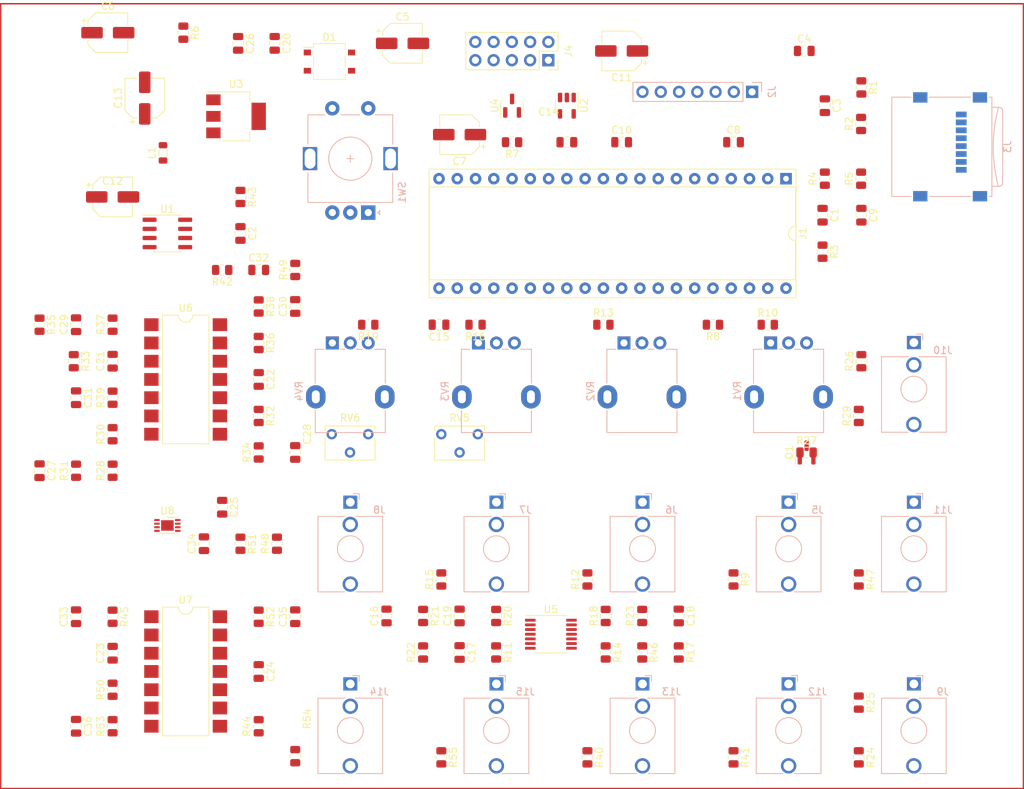
<source format=kicad_pcb>
(kicad_pcb (version 20211014) (generator pcbnew)
  (layers (0 "F.Cu" signal) (31 "B.Cu" signal) (34 "B.Paste" user) (35 "F.Paste" user) (36 "B.SilkS" user "B.Silkscreen") (37 "F.SilkS" user "F.Silkscreen") (38 "B.Mask" user) (39 "F.Mask" user) (44 "Edge.Cuts" user))
  (net 0 "")
  (net 1 "GNDA")
  (net 2 "+3.3VP")
  (net 3 "+5V")
  (net 4 "+3.3VA")
  (net 5 "+12V")
  (net 6 "-12V")
  (net 7 "+3V3")
  (net 8 "Net-(C12-Pad1)")
  (net 9 "-10V")
  (net 10 "Net-(C15-Pad1)")
  (net 11 "ADC_CTRL_1")
  (net 12 "Net-(C16-Pad1)")
  (net 13 "ADC_CTRL_2")
  (net 14 "Net-(C17-Pad1)")
  (net 15 "ADC_CTRL_3")
  (net 16 "Net-(C18-Pad1)")
  (net 17 "ADC_CTRL_4")
  (net 18 "Net-(C19-Pad1)")
  (net 19 "Net-(C20-Pad2)")
  (net 20 "Net-(C21-Pad1)")
  (net 21 "Net-(C22-Pad2)")
  (net 22 "Net-(C23-Pad1)")
  (net 23 "Net-(C24-Pad2)")
  (net 24 "Net-(C25-Pad1)")
  (net 25 "Net-(C26-Pad2)")
  (net 26 "Net-(C27-Pad1)")
  (net 27 "ADC1_1VOCT1")
  (net 28 "Net-(C28-Pad1)")
  (net 29 "Net-(C28-Pad2)")
  (net 30 "Net-(C29-Pad1)")
  (net 31 "Net-(C29-Pad2)")
  (net 32 "Net-(C30-Pad1)")
  (net 33 "Net-(C30-Pad2)")
  (net 34 "Net-(C31-Pad1)")
  (net 35 "Net-(C31-Pad2)")
  (net 36 "Net-(C32-Pad1)")
  (net 37 "Net-(C32-Pad2)")
  (net 38 "Net-(C33-Pad1)")
  (net 39 "Net-(C33-Pad2)")
  (net 40 "Net-(C34-Pad1)")
  (net 41 "ADC1_1VOCT2")
  (net 42 "Net-(C35-Pad1)")
  (net 43 "Net-(C35-Pad2)")
  (net 44 "Net-(C36-Pad1)")
  (net 45 "Net-(C36-Pad2)")
  (net 46 "ENC_CLICK")
  (net 47 "SDMMC1_D3")
  (net 48 "SDMMC1_D2")
  (net 49 "SDMMC1_D1")
  (net 50 "SDMMC1_D0")
  (net 51 "SDMMC1_CMD")
  (net 52 "SDMMC1_CK")
  (net 53 "OLED_CS")
  (net 54 "OLED_SCK")
  (net 55 "OLED_CMD_MISO")
  (net 56 "OLED_DATA_MOSI")
  (net 57 "ENC_B")
  (net 58 "ENC_A")
  (net 59 "USART1_TX")
  (net 60 "USART1_RX")
  (net 61 "AUDIO_IN_L")
  (net 62 "AUDIO_IN_R")
  (net 63 "AUDIO_OUT_L")
  (net 64 "AUDIO_OUT_R")
  (net 65 "ADC1_GATE_IN")
  (net 66 "DAC1_OUT2")
  (net 67 "DAC1_OUT1")
  (net 68 "SAI2_MCLK")
  (net 69 "SAI2_SD_B")
  (net 70 "SAI2_SD_A")
  (net 71 "SAI2_FS_A")
  (net 72 "SAI2_SCK_A")
  (net 73 "USB_HS_D_-")
  (net 74 "OLED_RST")
  (net 75 "Net-(J5-PadT)")
  (net 77 "Net-(J6-PadT)")
  (net 79 "Net-(J7-PadT)")
  (net 81 "Net-(J8-PadT)")
  (net 83 "Net-(J9-PadT)")
  (net 85 "Net-(J10-PadT)")
  (net 87 "Net-(J11-PadT)")
  (net 89 "Net-(R41-Pad1)")
  (net 91 "Net-(R40-Pad1)")
  (net 93 "Net-(R54-Pad1)")
  (net 95 "Net-(R55-Pad1)")
  (net 97 "Net-(L1-Pad2)")
  (net 98 "Net-(Q1-Pad1)")
  (net 99 "Net-(Q1-Pad3)")
  (net 100 "Net-(R10-Pad2)")
  (net 101 "Net-(R13-Pad2)")
  (net 102 "Net-(R16-Pad2)")
  (net 103 "Net-(R19-Pad2)")
  (net 104 "Net-(R30-Pad2)")
  (net 105 "DAC_AUDIO_R")
  (net 106 "DAC_AUDIO_L")
  (net 107 "Net-(R48-Pad2)")
  (footprint "Capacitor_SMD:C_0805_2012Metric" (layer "F.Cu") (at 86.68 66.04)
    (fp_text reference "C32" (at 0 -1.68) (layer "F.SilkS"))
    (fp_text value "47pF")
    (pad "1" smd roundrect (at -0.95 0) (size 1 1.45) (layers "F.Cu" "F.Paste" "F.Mask") (net 36 "Net-(C32-Pad1)"))
    (pad "2" smd roundrect (at 0.95 0) (size 1 1.45) (layers "F.Cu" "F.Paste" "F.Mask") (net 37 "Net-(C32-Pad2)"))
  )
  (footprint "Capacitor_SMD:CP_Elec_5x3" (layer "F.Cu") (at 65.7 33.02)
    (fp_text reference "C6" (at 0 -3.7) (layer "F.SilkS"))
    (fp_text value "10uF")
    (pad "1" smd roundrect (at -2.2 0) (size 3 1.6) (layers "F.Cu" "F.Paste" "F.Mask") (roundrect_rratio 0.15625) (net 5 "+12V"))
    (pad "2" smd roundrect (at 2.2 0) (size 3 1.6) (layers "F.Cu" "F.Paste" "F.Mask") (roundrect_rratio 0.15625) (net 1 "GNDA"))
  )
  (footprint "Resistor_SMD:R_0805_2012Metric" (layer "F.Cu") (at 145.1 119.275 -90)
    (fp_text reference "R17" (at 0 -1.65 90) (layer "F.SilkS"))
    (fp_text value "200k")
    (pad "1" smd roundrect (at -0.9125 0 270) (size 1.025 1.4) (layers "F.Cu" "F.Paste" "F.Mask") (roundrect_rratio 0.243902) (net 16 "Net-(C18-Pad1)"))
    (pad "2" smd roundrect (at 0.9125 0 270) (size 1.025 1.4) (layers "F.Cu" "F.Paste" "F.Mask") (roundrect_rratio 0.243902) (net 9 "-10V"))
  )
  (footprint "Resistor_SMD:R_0805_2012Metric" (layer "F.Cu") (at 162.88 91.44)
    (fp_text reference "R27" (at 0 -1.65) (layer "F.SilkS"))
    (fp_text value "1k")
    (pad "1" smd roundrect (at -0.9125 0) (size 1.025 1.4) (layers "F.Cu" "F.Paste" "F.Mask") (roundrect_rratio 0.243902) (net 65 "ADC1_GATE_IN"))
    (pad "2" smd roundrect (at 0.9125 0) (size 1.025 1.4) (layers "F.Cu" "F.Paste" "F.Mask") (roundrect_rratio 0.243902) (net 99 "Net-(Q1-Pad3)"))
  )
  (footprint "Resistor_SMD:R_0805_2012Metric" (layer "F.Cu") (at 112.08 109.115 90)
    (fp_text reference "R15" (at 0 -1.65 90) (layer "F.SilkS"))
    (fp_text value "100k")
    (pad "1" smd roundrect (at -0.9125 0 90) (size 1.025 1.4) (layers "F.Cu" "F.Paste" "F.Mask") (roundrect_rratio 0.243902) (net 14 "Net-(C17-Pad1)"))
    (pad "2" smd roundrect (at 0.9125 0 90) (size 1.025 1.4) (layers "F.Cu" "F.Paste" "F.Mask") (roundrect_rratio 0.243902) (net 79 "Net-(J7-PadT)"))
  )
  (footprint "Resistor_SMD:R_0805_2012Metric" (layer "F.Cu") (at 86.68 76.2 -90)
    (fp_text reference "R36" (at 0 -1.65 90) (layer "F.SilkS"))
    (fp_text value "100k")
    (pad "1" smd roundrect (at -0.9125 0 270) (size 1.025 1.4) (layers "F.Cu" "F.Paste" "F.Mask") (roundrect_rratio 0.243902) (net 32 "Net-(C30-Pad1)"))
    (pad "2" smd roundrect (at 0.9125 0 270) (size 1.025 1.4) (layers "F.Cu" "F.Paste" "F.Mask") (roundrect_rratio 0.243902) (net 29 "Net-(C28-Pad2)"))
  )
  (footprint "Resistor_SMD:R_0805_2012Metric" (layer "F.Cu") (at 140.02 119.275 -90)
    (fp_text reference "R46" (at 0 -1.65 90) (layer "F.SilkS"))
    (fp_text value "200k")
    (pad "1" smd roundrect (at -0.9125 0 270) (size 1.025 1.4) (layers "F.Cu" "F.Paste" "F.Mask") (roundrect_rratio 0.243902) (net 40 "Net-(C34-Pad1)"))
    (pad "2" smd roundrect (at 0.9125 0 270) (size 1.025 1.4) (layers "F.Cu" "F.Paste" "F.Mask") (roundrect_rratio 0.243902) (net 9 "-10V"))
  )
  (footprint "Resistor_SMD:R_0805_2012Metric" (layer "F.Cu") (at 170.14 86.36 90)
    (fp_text reference "R29" (at 0 -1.65 90) (layer "F.SilkS"))
    (fp_text value "100k")
    (pad "1" smd roundrect (at -0.9125 0 90) (size 1.025 1.4) (layers "F.Cu" "F.Paste" "F.Mask") (roundrect_rratio 0.243902) (net 26 "Net-(C27-Pad1)"))
    (pad "2" smd roundrect (at 0.9125 0 90) (size 1.025 1.4) (layers "F.Cu" "F.Paste" "F.Mask") (roundrect_rratio 0.243902) (net 85 "Net-(J10-PadT)"))
  )
  (footprint "Resistor_SMD:R_0805_2012Metric" (layer "F.Cu") (at 66.36 73.66 90)
    (fp_text reference "R37" (at 0 -1.65 90) (layer "F.SilkS"))
    (fp_text value "100k")
    (pad "1" smd roundrect (at -0.9125 0 90) (size 1.025 1.4) (layers "F.Cu" "F.Paste" "F.Mask") (roundrect_rratio 0.243902) (net 34 "Net-(C31-Pad1)"))
    (pad "2" smd roundrect (at 0.9125 0 90) (size 1.025 1.4) (layers "F.Cu" "F.Paste" "F.Mask") (roundrect_rratio 0.243902) (net 31 "Net-(C29-Pad2)"))
  )
  (footprint "Potentiometer_THT:Potentiometer_Bourns_3266W_Vertical" (layer "F.Cu") (at 101.92 88.9)
    (fp_text reference "RV6" (at -2.54 -2.27) (layer "F.SilkS"))
    (fp_text value "IN_CAL_TRIM")
    (pad "1" thru_hole circle (at 0 0) (size 1.44 1.44) (drill 0.8) (layers *.Cu *.Mask) (net 2 "+3.3VP"))
    (pad "2" thru_hole circle (at -2.54 2.54) (size 1.44 1.44) (drill 0.8) (layers *.Cu *.Mask) (net 107 "Net-(R48-Pad2)"))
    (pad "3" thru_hole circle (at -5.08 0) (size 1.44 1.44) (drill 0.8) (layers *.Cu *.Mask) (net 1 "GNDA"))
  )
  (footprint "Resistor_SMD:R_0805_2012Metric" (layer "F.Cu") (at 86.68 71.12 -90)
    (fp_text reference "R38" (at 0 -1.65 90) (layer "F.SilkS"))
    (fp_text value "100k")
    (pad "1" smd roundrect (at -0.9125 0 270) (size 1.025 1.4) (layers "F.Cu" "F.Paste" "F.Mask") (roundrect_rratio 0.243902) (net 33 "Net-(C30-Pad2)"))
    (pad "2" smd roundrect (at 0.9125 0 270) (size 1.025 1.4) (layers "F.Cu" "F.Paste" "F.Mask") (roundrect_rratio 0.243902) (net 32 "Net-(C30-Pad1)"))
  )
  (footprint "Capacitor_SMD:C_0805_2012Metric" (layer "F.Cu") (at 61.28 73.66 90)
    (fp_text reference "C29" (at 0 -1.68 90) (layer "F.SilkS"))
    (fp_text value "47pF")
    (pad "1" smd roundrect (at -0.95 0 90) (size 1 1.45) (layers "F.Cu" "F.Paste" "F.Mask") (net 30 "Net-(C29-Pad1)"))
    (pad "2" smd roundrect (at 0.95 0 90) (size 1 1.45) (layers "F.Cu" "F.Paste" "F.Mask") (net 31 "Net-(C29-Pad2)"))
  )
  (footprint "Resistor_SMD:R_0805_2012Metric" (layer "F.Cu") (at 140.02 114.195 90)
    (fp_text reference "R23" (at 0 -1.65 90) (layer "F.SilkS"))
    (fp_text value "66.5k")
    (pad "1" smd roundrect (at -0.9125 0 90) (size 1.025 1.4) (layers "F.Cu" "F.Paste" "F.Mask") (roundrect_rratio 0.243902) (net 17 "ADC_CTRL_4"))
    (pad "2" smd roundrect (at 0.9125 0 90) (size 1.025 1.4) (layers "F.Cu" "F.Paste" "F.Mask") (roundrect_rratio 0.243902) (net 16 "Net-(C18-Pad1)"))
  )
  (footprint "Capacitor_SMD:C_0805_2012Metric" (layer "F.Cu") (at 56.2 93.98 -90)
    (fp_text reference "C27" (at 0 -1.68 90) (layer "F.SilkS"))
    (fp_text value "10nF")
    (pad "1" smd roundrect (at -0.95 0 270) (size 1 1.45) (layers "F.Cu" "F.Paste" "F.Mask") (net 26 "Net-(C27-Pad1)"))
    (pad "2" smd roundrect (at 0.95 0 270) (size 1 1.45) (layers "F.Cu" "F.Paste" "F.Mask") (net 27 "ADC1_1VOCT1"))
  )
  (footprint "Capacitor_SMD:C_0805_2012Metric" (layer "F.Cu") (at 86.68 121.92 -90)
    (fp_text reference "C24" (at 0 -1.68 90) (layer "F.SilkS"))
    (fp_text value "100nF")
    (pad "1" smd roundrect (at -0.95 0 270) (size 1 1.45) (layers "F.Cu" "F.Paste" "F.Mask") (net 6 "-12V"))
    (pad "2" smd roundrect (at 0.95 0 270) (size 1 1.45) (layers "F.Cu" "F.Paste" "F.Mask") (net 23 "Net-(C24-Pad2)"))
  )
  (footprint "Capacitor_SMD:C_0805_2012Metric" (layer "F.Cu") (at 91.76 71.12 90)
    (fp_text reference "C30" (at 0 -1.68 90) (layer "F.SilkS"))
    (fp_text value "47pF")
    (pad "1" smd roundrect (at -0.95 0 90) (size 1 1.45) (layers "F.Cu" "F.Paste" "F.Mask") (net 32 "Net-(C30-Pad1)"))
    (pad "2" smd roundrect (at 0.95 0 90) (size 1 1.45) (layers "F.Cu" "F.Paste" "F.Mask") (net 33 "Net-(C30-Pad2)"))
  )
  (footprint "Resistor_SMD:R_0805_2012Metric" (layer "F.Cu") (at 165.42 53.34 90)
    (fp_text reference "R4" (at 0 -1.65 90) (layer "F.SilkS"))
    (fp_text value "47k")
    (pad "1" smd roundrect (at -0.9125 0 90) (size 1.025 1.4) (layers "F.Cu" "F.Paste" "F.Mask") (roundrect_rratio 0.243902) (net 4 "+3.3VA"))
    (pad "2" smd roundrect (at 0.9125 0 90) (size 1.025 1.4) (layers "F.Cu" "F.Paste" "F.Mask") (roundrect_rratio 0.243902) (net 47 "SDMMC1_D3"))
  )
  (footprint "Resistor_SMD:R_0805_2012Metric" (layer "F.Cu") (at 86.68 129.54 90)
    (fp_text reference "R44" (at 0 -1.65 90) (layer "F.SilkS"))
    (fp_text value "100k")
    (pad "1" smd roundrect (at -0.9125 0 90) (size 1.025 1.4) (layers "F.Cu" "F.Paste" "F.Mask") (roundrect_rratio 0.243902) (net 37 "Net-(C32-Pad2)"))
    (pad "2" smd roundrect (at 0.9125 0 90) (size 1.025 1.4) (layers "F.Cu" "F.Paste" "F.Mask") (roundrect_rratio 0.243902) (net 36 "Net-(C32-Pad1)"))
  )
  (footprint "Resistor_SMD:R_0805_2012Metric" (layer "F.Cu") (at 56.2 73.66 -90)
    (fp_text reference "R35" (at 0 -1.65 90) (layer "F.SilkS"))
    (fp_text value "100k")
    (pad "1" smd roundrect (at -0.9125 0 270) (size 1.025 1.4) (layers "F.Cu" "F.Paste" "F.Mask") (roundrect_rratio 0.243902) (net 31 "Net-(C29-Pad2)"))
    (pad "2" smd roundrect (at 0.9125 0 270) (size 1.025 1.4) (layers "F.Cu" "F.Paste" "F.Mask") (roundrect_rratio 0.243902) (net 30 "Net-(C29-Pad1)"))
  )
  (footprint "Resistor_SMD:R_0805_2012Metric" (layer "F.Cu") (at 66.36 83.82 90)
    (fp_text reference "R39" (at 0 -1.65 90) (layer "F.SilkS"))
    (fp_text value "100k")
    (pad "1" smd roundrect (at -0.9125 0 90) (size 1.025 1.4) (layers "F.Cu" "F.Paste" "F.Mask") (roundrect_rratio 0.243902) (net 35 "Net-(C31-Pad2)"))
    (pad "2" smd roundrect (at 0.9125 0 90) (size 1.025 1.4) (layers "F.Cu" "F.Paste" "F.Mask") (roundrect_rratio 0.243902) (net 34 "Net-(C31-Pad1)"))
  )
  (footprint "Inductor_SMD:L_0805_2012Metric" (layer "F.Cu") (at 73.37 49.745 90)
    (fp_text reference "L1" (at 0 -1.55 90) (layer "F.SilkS"))
    (fp_text value "10uH")
    (pad "1" smd roundrect (at -1.0625 0 90) (size 0.875 1.2) (layers "F.Cu" "F.Paste" "F.Mask") (net 8 "Net-(C12-Pad1)"))
    (pad "2" smd roundrect (at 1.0625 0 90) (size 0.875 1.2) (layers "F.Cu" "F.Paste" "F.Mask") (net 97 "Net-(L1-Pad2)"))
  )
  (footprint "Capacitor_SMD:C_0805_2012Metric" (layer "F.Cu") (at 165.1 58.42 -90)
    (fp_text reference "C1" (at 0 -1.68 90) (layer "F.SilkS"))
    (fp_text value "100nF")
    (pad "1" smd roundrect (at -0.95 0 270) (size 1 1.45) (layers "F.Cu" "F.Paste" "F.Mask") (net 1 "GNDA"))
    (pad "2" smd roundrect (at 0.95 0 270) (size 1 1.45) (layers "F.Cu" "F.Paste" "F.Mask") (net 2 "+3.3VP"))
  )
  (footprint "Resistor_SMD:R_0805_2012Metric" (layer "F.Cu") (at 66.36 124.46 90)
    (fp_text reference "R50" (at 0 -1.65 90) (layer "F.SilkS"))
    (fp_text value "100k")
    (pad "1" smd roundrect (at -0.9125 0 90) (size 1.025 1.4) (layers "F.Cu" "F.Paste" "F.Mask") (roundrect_rratio 0.243902) (net 44 "Net-(C36-Pad1)"))
    (pad "2" smd roundrect (at 0.9125 0 90) (size 1.025 1.4) (layers "F.Cu" "F.Paste" "F.Mask") (roundrect_rratio 0.243902) (net 39 "Net-(C33-Pad2)"))
  )
  (footprint "Capacitor_SMD:CP_Elec_5x3" (layer "F.Cu") (at 106.68 34.505)
    (fp_text reference "C5" (at 0 -3.7) (layer "F.SilkS"))
    (fp_text value "10uF")
    (pad "1" smd roundrect (at -2.2 0) (size 3 1.6) (layers "F.Cu" "F.Paste" "F.Mask") (roundrect_rratio 0.15625) (net 5 "+12V"))
    (pad "2" smd roundrect (at 2.2 0) (size 3 1.6) (layers "F.Cu" "F.Paste" "F.Mask") (roundrect_rratio 0.15625) (net 1 "GNDA"))
  )
  (footprint "Capacitor_SMD:C_0805_2012Metric" (layer "F.Cu") (at 129.54 48.26)
    (fp_text reference "C14" (at -2.54 -4.22) (layer "F.SilkS"))
    (fp_text value "100nF")
    (pad "1" smd roundrect (at -0.95 0) (size 1 1.45) (layers "F.Cu" "F.Paste" "F.Mask") (net 1 "GNDA"))
    (pad "2" smd roundrect (at 0.95 0) (size 1 1.45) (layers "F.Cu" "F.Paste" "F.Mask") (net 9 "-10V"))
  )
  (footprint "Package_DIP:SMDIP-14_W9.53mm" (layer "F.Cu") (at 76.52 121.92)
    (fp_text reference "U7" (at 0 -9.95) (layer "F.SilkS"))
    (fp_text value "TL074")
    (pad "1" smd rect (at -4.765 -7.62) (size 2 1.78) (layers "F.Cu" "F.Paste" "F.Mask") (net 39 "Net-(C33-Pad2)"))
    (pad "2" smd rect (at -4.765 -5.08) (size 2 1.78) (layers "F.Cu" "F.Paste" "F.Mask") (net 38 "Net-(C33-Pad1)"))
    (pad "3" smd rect (at -4.765 -2.54) (size 2 1.78) (layers "F.Cu" "F.Paste" "F.Mask") (net 1 "GNDA"))
    (pad "4" smd rect (at -4.765 0) (size 2 1.78) (layers "F.Cu" "F.Paste" "F.Mask") (net 22 "Net-(C23-Pad1)"))
    (pad "5" smd rect (at -4.765 2.54) (size 2 1.78) (layers "F.Cu" "F.Paste" "F.Mask") (net 1 "GNDA"))
    (pad "6" smd rect (at -4.765 5.08) (size 2 1.78) (layers "F.Cu" "F.Paste" "F.Mask") (net 44 "Net-(C36-Pad1)"))
    (pad "7" smd rect (at -4.765 7.62) (size 2 1.78) (layers "F.Cu" "F.Paste" "F.Mask") (net 45 "Net-(C36-Pad2)"))
    (pad "8" smd rect (at 4.765 7.62) (size 2 1.78) (layers "F.Cu" "F.Paste" "F.Mask") (net 37 "Net-(C32-Pad2)"))
    (pad "9" smd rect (at 4.765 5.08) (size 2 1.78) (layers "F.Cu" "F.Paste" "F.Mask") (net 36 "Net-(C32-Pad1)"))
    (pad "10" smd rect (at 4.765 2.54) (size 2 1.78) (layers "F.Cu" "F.Paste" "F.Mask") (net 1 "GNDA"))
    (pad "11" smd rect (at 4.765 0) (size 2 1.78) (layers "F.Cu" "F.Paste" "F.Mask") (net 23 "Net-(C24-Pad2)"))
    (pad "12" smd rect (at 4.765 -2.54) (size 2 1.78) (layers "F.Cu" "F.Paste" "F.Mask") (net 1 "GNDA"))
    (pad "13" smd rect (at 4.765 -5.08) (size 2 1.78) (layers "F.Cu" "F.Paste" "F.Mask") (net 42 "Net-(C35-Pad1)"))
    (pad "14" smd rect (at 4.765 -7.62) (size 2 1.78) (layers "F.Cu" "F.Paste" "F.Mask") (net 43 "Net-(C35-Pad2)"))
  )
  (footprint "Package_DIP:DIP-40_W15.24mm_Socket" (layer "F.Cu") (at 160.02 53.34 -90)
    (fp_text reference "J1" (at 7.62 -2.33 90) (layer "F.SilkS"))
    (fp_text value "Daisy_Seed_Temp")
    (pad "1" thru_hole rect (at 0 0 270) (size 1.6 1.6) (drill 0.8) (layers *.Cu *.Mask) (net 46 "ENC_CLICK"))
    (pad "2" thru_hole oval (at 0 2.54 270) (size 1.6 1.6) (drill 0.8) (layers *.Cu *.Mask) (net 47 "SDMMC1_D3"))
    (pad "3" thru_hole oval (at 0 5.08 270) (size 1.6 1.6) (drill 0.8) (layers *.Cu *.Mask) (net 48 "SDMMC1_D2"))
    (pad "4" thru_hole oval (at 0 7.62 270) (size 1.6 1.6) (drill 0.8) (layers *.Cu *.Mask) (net 49 "SDMMC1_D1"))
    (pad "5" thru_hole oval (at 0 10.16 270) (size 1.6 1.6) (drill 0.8) (layers *.Cu *.Mask) (net 50 "SDMMC1_D0"))
    (pad "6" thru_hole oval (at 0 12.7 270) (size 1.6 1.6) (drill 0.8) (layers *.Cu *.Mask) (net 51 "SDMMC1_CMD"))
    (pad "7" thru_hole oval (at 0 15.24 270) (size 1.6 1.6) (drill 0.8) (layers *.Cu *.Mask) (net 52 "SDMMC1_CK"))
    (pad "8" thru_hole oval (at 0 17.78 270) (size 1.6 1.6) (drill 0.8) (layers *.Cu *.Mask) (net 53 "OLED_CS"))
    (pad "9" thru_hole oval (at 0 20.32 270) (size 1.6 1.6) (drill 0.8) (layers *.Cu *.Mask) (net 54 "OLED_SCK"))
    (pad "10" thru_hole oval (at 0 22.86 270) (size 1.6 1.6) (drill 0.8) (layers *.Cu *.Mask) (net 55 "OLED_CMD_MISO"))
    (pad "11" thru_hole oval (at 0 25.4 270) (size 1.6 1.6) (drill 0.8) (layers *.Cu *.Mask) (net 56 "OLED_DATA_MOSI"))
    (pad "12" thru_hole oval (at 0 27.94 270) (size 1.6 1.6) (drill 0.8) (layers *.Cu *.Mask) (net 57 "ENC_B"))
    (pad "13" thru_hole oval (at 0 30.48 270) (size 1.6 1.6) (drill 0.8) (layers *.Cu *.Mask) (net 58 "ENC_A"))
    (pad "14" thru_hole oval (at 0 33.02 270) (size 1.6 1.6) (drill 0.8) (layers *.Cu *.Mask) (net 59 "USART1_TX"))
    (pad "15" thru_hole oval (at 0 35.56 270) (size 1.6 1.6) (drill 0.8) (layers *.Cu *.Mask) (net 60 "USART1_RX"))
    (pad "16" thru_hole oval (at 0 38.1 270) (size 1.6 1.6) (drill 0.8) (layers *.Cu *.Mask) (net 61 "AUDIO_IN_L"))
    (pad "17" thru_hole oval (at 0 40.64 270) (size 1.6 1.6) (drill 0.8) (layers *.Cu *.Mask) (net 62 "AUDIO_IN_R"))
    (pad "18" thru_hole oval (at 0 43.18 270) (size 1.6 1.6) (drill 0.8) (layers *.Cu *.Mask) (net 63 "AUDIO_OUT_L"))
    (pad "19" thru_hole oval (at 0 45.72 270) (size 1.6 1.6) (drill 0.8) (layers *.Cu *.Mask) (net 64 "AUDIO_OUT_R"))
    (pad "20" thru_hole oval (at 0 48.26 270) (size 1.6 1.6) (drill 0.8) (layers *.Cu *.Mask) (net 1 "GNDA"))
    (pad "21" thru_hole oval (at 15.24 48.26 270) (size 1.6 1.6) (drill 0.8) (layers *.Cu *.Mask) (net 2 "+3.3VP"))
    (pad "22" thru_hole oval (at 15.24 45.72 270) (size 1.6 1.6) (drill 0.8) (layers *.Cu *.Mask) (net 11 "ADC_CTRL_1"))
    (pad "23" thru_hole oval (at 15.24 43.18 270) (size 1.6 1.6) (drill 0.8) (layers *.Cu *.Mask) (net 13 "ADC_CTRL_2"))
    (pad "24" thru_hole oval (at 15.24 40.64 270) (size 1.6 1.6) (drill 0.8) (layers *.Cu *.Mask) (net 41 "ADC1_1VOCT2"))
    (pad "25" thru_hole oval (at 15.24 38.1 270) (size 1.6 1.6) (drill 0.8) (layers *.Cu *.Mask) (net 17 "ADC_CTRL_4"))
    (pad "26" thru_hole oval (at 15.24 35.56 270) (size 1.6 1.6) (drill 0.8) (layers *.Cu *.Mask) (net 27 "ADC1_1VOCT1"))
    (pad "27" thru_hole oval (at 15.24 33.02 270) (size 1.6 1.6) (drill 0.8) (layers *.Cu *.Mask) (net 65 "ADC1_GATE_IN"))
    (pad "28" thru_hole oval (at 15.24 30.48 270) (size 1.6 1.6) (drill 0.8) (layers *.Cu *.Mask) (net 15 "ADC_CTRL_3"))
    (pad "29" thru_hole oval (at 15.24 27.94 270) (size 1.6 1.6) (drill 0.8) (layers *.Cu *.Mask) (net 66 "DAC1_OUT2"))
    (pad "30" thru_hole oval (at 15.24 25.4 270) (size 1.6 1.6) (drill 0.8) (layers *.Cu *.Mask) (net 67 "DAC1_OUT1"))
    (pad "31" thru_hole oval (at 15.24 22.86 270) (size 1.6 1.6) (drill 0.8) (layers *.Cu *.Mask) (net 68 "SAI2_MCLK"))
    (pad "32" thru_hole oval (at 15.24 20.32 270) (size 1.6 1.6) (drill 0.8) (layers *.Cu *.Mask) (net 69 "SAI2_SD_B"))
    (pad "33" thru_hole oval (at 15.24 17.78 270) (size 1.6 1.6) (drill 0.8) (layers *.Cu *.Mask) (net 70 "SAI2_SD_A"))
    (pad "34" thru_hole oval (at 15.24 15.24 270) (size 1.6 1.6) (drill 0.8) (layers *.Cu *.Mask) (net 71 "SAI2_FS_A"))
    (pad "35" thru_hole oval (at 15.24 12.7 270) (size 1.6 1.6) (drill 0.8) (layers *.Cu *.Mask) (net 72 "SAI2_SCK_A"))
    (pad "36" thru_hole oval (at 15.24 10.16 270) (size 1.6 1.6) (drill 0.8) (layers *.Cu *.Mask) (net 73 "USB_HS_D_-"))
    (pad "37" thru_hole oval (at 15.24 7.62 270) (size 1.6 1.6) (drill 0.8) (layers *.Cu *.Mask) (net 74 "OLED_RST"))
    (pad "38" thru_hole oval (at 15.24 5.08 270) (size 1.6 1.6) (drill 0.8) (layers *.Cu *.Mask) (net 4 "+3.3VA"))
    (pad "39" thru_hole oval (at 15.24 2.54 270) (size 1.6 1.6) (drill 0.8) (layers *.Cu *.Mask) (net 3 "+5V"))
    (pad "40" thru_hole oval (at 15.24 0 270) (size 1.6 1.6) (drill 0.8) (layers *.Cu *.Mask) (net 1 "GNDA"))
  )
  (footprint "Capacitor_SMD:C_0805_2012Metric" (layer "F.Cu") (at 66.36 78.74 90)
    (fp_text reference "C21" (at 0 -1.68 90) (layer "F.SilkS"))
    (fp_text value "100nF")
    (pad "1" smd roundrect (at -0.95 0 90) (size 1 1.45) (layers "F.Cu" "F.Paste" "F.Mask") (net 20 "Net-(C21-Pad1)"))
    (pad "2" smd roundrect (at 0.95 0 90) (size 1 1.45) (layers "F.Cu" "F.Paste" "F.Mask") (net 5 "+12V"))
  )
  (footprint "Resistor_SMD:R_0805_2012Metric" (layer "F.Cu") (at 119.7 119.275 -90)
    (fp_text reference "R11" (at 0 -1.65 90) (layer "F.SilkS"))
    (fp_text value "200k")
    (pad "1" smd roundrect (at -0.9125 0 270) (size 1.025 1.4) (layers "F.Cu" "F.Paste" "F.Mask") (roundrect_rratio 0.243902) (net 12 "Net-(C16-Pad1)"))
    (pad "2" smd roundrect (at 0.9125 0 270) (size 1.025 1.4) (layers "F.Cu" "F.Paste" "F.Mask") (roundrect_rratio 0.243902) (net 9 "-10V"))
  )
  (footprint "Resistor_SMD:R_0805_2012Metric" (layer "F.Cu") (at 86.68 86.36 -90)
    (fp_text reference "R32" (at 0 -1.65 90) (layer "F.SilkS"))
    (fp_text value "10k")
    (pad "1" smd roundrect (at -0.9125 0 270) (size 1.025 1.4) (layers "F.Cu" "F.Paste" "F.Mask") (roundrect_rratio 0.243902) (net 28 "Net-(C28-Pad1)"))
    (pad "2" smd roundrect (at 0.9125 0 270) (size 1.025 1.4) (layers "F.Cu" "F.Paste" "F.Mask") (roundrect_rratio 0.243902) (net 64 "AUDIO_OUT_R"))
  )
  (footprint "Package_TO_SOT_SMD:TO-269AA" (layer "F.Cu") (at 96.52 37.045)
    (fp_text reference "D1" (at 0 -3.4) (layer "F.SilkS"))
    (fp_text value "MB2S")
    (pad "1" smd rect (at -3.075 -1.27) (size 1 0.8) (layers "F.Cu" "F.Paste" "F.Mask") (net 5 "+12V"))
    (pad "2" smd rect (at -3.075 1.27) (size 1 0.8) (layers "F.Cu" "F.Paste" "F.Mask") (net 6 "-12V"))
    (pad "3" smd rect (at 3.075 1.27) (size 1 0.8) (layers "F.Cu" "F.Paste" "F.Mask") (net 6 "-12V"))
    (pad "4" smd rect (at 3.075 -1.27) (size 1 0.8) (layers "F.Cu" "F.Paste" "F.Mask") (net 5 "+12V"))
  )
  (footprint "Capacitor_SMD:C_0805_2012Metric" (layer "F.Cu") (at 114.62 119.275 -90)
    (fp_text reference "C17" (at 0 -1.68 90) (layer "F.SilkS"))
    (fp_text value "10nF")
    (pad "1" smd roundrect (at -0.95 0 270) (size 1 1.45) (layers "F.Cu" "F.Paste" "F.Mask") (net 14 "Net-(C17-Pad1)"))
    (pad "2" smd roundrect (at 0.95 0 270) (size 1 1.45) (layers "F.Cu" "F.Paste" "F.Mask") (net 15 "ADC_CTRL_3"))
  )
  (footprint "Capacitor_SMD:C_0805_2012Metric" (layer "F.Cu") (at 165.42 43.18 -90)
    (fp_text reference "C3" (at 0 -1.68 90) (layer "F.SilkS"))
    (fp_text value "100nF")
    (pad "1" smd roundrect (at -0.95 0 270) (size 1 1.45) (layers "F.Cu" "F.Paste" "F.Mask") (net 1 "GNDA"))
    (pad "2" smd roundrect (at 0.95 0 270) (size 1 1.45) (layers "F.Cu" "F.Paste" "F.Mask") (net 4 "+3.3VA"))
  )
  (footprint "Capacitor_SMD:C_0805_2012Metric" (layer "F.Cu") (at 91.76 114.3 90)
    (fp_text reference "C35" (at 0 -1.68 90) (layer "F.SilkS"))
    (fp_text value "47pF")
    (pad "1" smd roundrect (at -0.95 0 90) (size 1 1.45) (layers "F.Cu" "F.Paste" "F.Mask") (net 42 "Net-(C35-Pad1)"))
    (pad "2" smd roundrect (at 0.95 0 90) (size 1 1.45) (layers "F.Cu" "F.Paste" "F.Mask") (net 43 "Net-(C35-Pad2)"))
  )
  (footprint "Resistor_SMD:R_0805_2012Metric" (layer "F.Cu") (at 89.22 104.14 90)
    (fp_text reference "R48" (at 0 -1.65 90) (layer "F.SilkS"))
    (fp_text value "66.5k")
    (pad "1" smd roundrect (at -0.9125 0 90) (size 1.025 1.4) (layers "F.Cu" "F.Paste" "F.Mask") (roundrect_rratio 0.243902) (net 40 "Net-(C34-Pad1)"))
    (pad "2" smd roundrect (at 0.9125 0 90) (size 1.025 1.4) (layers "F.Cu" "F.Paste" "F.Mask") (roundrect_rratio 0.243902) (net 107 "Net-(R48-Pad2)"))
  )
  (footprint "Resistor_SMD:R_0805_2012Metric" (layer "F.Cu") (at 134.94 119.275 -90)
    (fp_text reference "R14" (at 0 -1.65 90) (layer "F.SilkS"))
    (fp_text value "200k")
    (pad "1" smd roundrect (at -0.9125 0 270) (size 1.025 1.4) (layers "F.Cu" "F.Paste" "F.Mask") (roundrect_rratio 0.243902) (net 14 "Net-(C17-Pad1)"))
    (pad "2" smd roundrect (at 0.9125 0 270) (size 1.025 1.4) (layers "F.Cu" "F.Paste" "F.Mask") (roundrect_rratio 0.243902) (net 9 "-10V"))
  )
  (footprint "Resistor_SMD:R_0805_2012Metric" (layer "F.Cu") (at 76.2 33.02 -90)
    (fp_text reference "R6" (at 0 -1.65 90) (layer "F.SilkS"))
    (fp_text value "4.7R")
    (pad "1" smd roundrect (at -0.9125 0 270) (size 1.025 1.4) (layers "F.Cu" "F.Paste" "F.Mask") (roundrect_rratio 0.243902) (net 5 "+12V"))
    (pad "2" smd roundrect (at 0.9125 0 270) (size 1.025 1.4) (layers "F.Cu" "F.Paste" "F.Mask") (roundrect_rratio 0.243902) (net 8 "Net-(C12-Pad1)"))
  )
  (footprint "Resistor_SMD:R_0805_2012Metric" (layer "F.Cu") (at 112.08 133.87 -90)
    (fp_text reference "R55" (at 0 -1.65 90) (layer "F.SilkS"))
    (fp_text value "1k")
    (pad "1" smd roundrect (at -0.9125 0 270) (size 1.025 1.4) (layers "F.Cu" "F.Paste" "F.Mask") (roundrect_rratio 0.243902) (net 95 "Net-(R55-Pad1)"))
    (pad "2" smd roundrect (at 0.9125 0 270) (size 1.025 1.4) (layers "F.Cu" "F.Paste" "F.Mask") (roundrect_rratio 0.243902) (net 45 "Net-(C36-Pad2)"))
  )
  (footprint "Capacitor_SMD:C_0805_2012Metric" (layer "F.Cu") (at 91.76 91.44 -90)
    (fp_text reference "C28" (at -2.54 -1.68 90) (layer "F.SilkS"))
    (fp_text value "47pF")
    (pad "1" smd roundrect (at -0.95 0 270) (size 1 1.45) (layers "F.Cu" "F.Paste" "F.Mask") (net 28 "Net-(C28-Pad1)"))
    (pad "2" smd roundrect (at 0.95 0 270) (size 1 1.45) (layers "F.Cu" "F.Paste" "F.Mask") (net 29 "Net-(C28-Pad2)"))
  )
  (footprint "Capacitor_SMD:C_0805_2012Metric" (layer "F.Cu") (at 152.72 48.26)
    (fp_text reference "C8" (at 0 -1.68) (layer "F.SilkS"))
    (fp_text value "100nF")
    (pad "1" smd roundrect (at -0.95 0) (size 1 1.45) (layers "F.Cu" "F.Paste" "F.Mask") (net 1 "GNDA"))
    (pad "2" smd roundrect (at 0.95 0) (size 1 1.45) (layers "F.Cu" "F.Paste" "F.Mask") (net 7 "+3V3"))
  )
  (footprint "Resistor_SMD:R_0805_2012Metric" (layer "F.Cu") (at 60.96 78.74 -90)
    (fp_text reference "R33" (at 0 -1.65 90) (layer "F.SilkS"))
    (fp_text value "10k")
    (pad "1" smd roundrect (at -0.9125 0 270) (size 1.025 1.4) (layers "F.Cu" "F.Paste" "F.Mask") (roundrect_rratio 0.243902) (net 30 "Net-(C29-Pad1)"))
    (pad "2" smd roundrect (at 0.9125 0 270) (size 1.025 1.4) (layers "F.Cu" "F.Paste" "F.Mask") (roundrect_rratio 0.243902) (net 63 "AUDIO_OUT_L"))
  )
  (footprint "Capacitor_SMD:C_0805_2012Metric" (layer "F.Cu") (at 84.14 60.96 -90)
    (fp_text reference "C2" (at 0 -1.68 90) (layer "F.SilkS"))
    (fp_text value "100nF")
    (pad "1" smd roundrect (at -0.95 0 270) (size 1 1.45) (layers "F.Cu" "F.Paste" "F.Mask") (net 3 "+5V"))
    (pad "2" smd roundrect (at 0.95 0 270) (size 1 1.45) (layers "F.Cu" "F.Paste" "F.Mask") (net 1 "GNDA"))
  )
  (footprint "Resistor_SMD:R_0805_2012Metric" (layer "F.Cu") (at 134.94 114.195 90)
    (fp_text reference "R18" (at 0 -1.65 90) (layer "F.SilkS"))
    (fp_text value "100k")
    (pad "1" smd roundrect (at -0.9125 0 90) (size 1.025 1.4) (layers "F.Cu" "F.Paste" "F.Mask") (roundrect_rratio 0.243902) (net 16 "Net-(C18-Pad1)"))
    (pad "2" smd roundrect (at 0.9125 0 90) (size 1.025 1.4) (layers "F.Cu" "F.Paste" "F.Mask") (roundrect_rratio 0.243902) (net 81 "Net-(J8-PadT)"))
  )
  (footprint "Capacitor_SMD:C_0805_2012Metric" (layer "F.Cu") (at 114.62 114.195 90)
    (fp_text reference "C19" (at 0 -1.68 90) (layer "F.SilkS"))
    (fp_text value "100nF")
    (pad "1" smd roundrect (at -0.95 0 90) (size 1 1.45) (layers "F.Cu" "F.Paste" "F.Mask") (net 18 "Net-(C19-Pad1)"))
    (pad "2" smd roundrect (at 0.95 0 90) (size 1 1.45) (layers "F.Cu" "F.Paste" "F.Mask") (net 5 "+12V"))
  )
  (footprint "Capacitor_SMD:CP_Elec_5x3" (layer "F.Cu") (at 137.16 35.56 180)
    (fp_text reference "C11" (at 0 -3.7) (layer "F.SilkS"))
    (fp_text value "10uF")
    (pad "1" smd roundrect (at -2.2 0 180) (size 3 1.6) (layers "F.Cu" "F.Paste" "F.Mask") (roundrect_rratio 0.15625) (net 7 "+3V3"))
    (pad "2" smd roundrect (at 2.2 0 180) (size 3 1.6) (layers "F.Cu" "F.Paste" "F.Mask") (roundrect_rratio 0.15625) (net 1 "GNDA"))
  )
  (footprint "Resistor_SMD:R_0805_2012Metric" (layer "F.Cu") (at 66.36 129.54 90)
    (fp_text reference "R53" (at 0 -1.65 90) (layer "F.SilkS"))
    (fp_text value "100k")
    (pad "1" smd roundrect (at -0.9125 0 90) (size 1.025 1.4) (layers "F.Cu" "F.Paste" "F.Mask") (roundrect_rratio 0.243902) (net 45 "Net-(C36-Pad2)"))
    (pad "2" smd roundrect (at 0.9125 0 90) (size 1.025 1.4) (layers "F.Cu" "F.Paste" "F.Mask") (roundrect_rratio 0.243902) (net 44 "Net-(C36-Pad1)"))
  )
  (footprint "Capacitor_SMD:C_0805_2012Metric" (layer "F.Cu") (at 61.28 83.82 -90)
    (fp_text reference "C31" (at 0 -1.68 90) (layer "F.SilkS"))
    (fp_text value "47pF")
    (pad "1" smd roundrect (at -0.95 0 270) (size 1 1.45) (layers "F.Cu" "F.Paste" "F.Mask") (net 34 "Net-(C31-Pad1)"))
    (pad "2" smd roundrect (at 0.95 0 270) (size 1 1.45) (layers "F.Cu" "F.Paste" "F.Mask") (net 35 "Net-(C31-Pad2)"))
  )
  (footprint "Resistor_SMD:R_0805_2012Metric" (layer "F.Cu") (at 109.54 119.275 90)
    (fp_text reference "R22" (at 0 -1.65 90) (layer "F.SilkS"))
    (fp_text value "66.5k")
    (pad "1" smd roundrect (at -0.9125 0 90) (size 1.025 1.4) (layers "F.Cu" "F.Paste" "F.Mask") (roundrect_rratio 0.243902) (net 15 "ADC_CTRL_3"))
    (pad "2" smd roundrect (at 0.9125 0 90) (size 1.025 1.4) (layers "F.Cu" "F.Paste" "F.Mask") (roundrect_rratio 0.243902) (net 14 "Net-(C17-Pad1)"))
  )
  (footprint "Capacitor_SMD:C_0805_2012Metric" (layer "F.Cu") (at 79.06 104.14 90)
    (fp_text reference "C34" (at 0 -1.68 90) (layer "F.SilkS"))
    (fp_text value "10nF")
    (pad "1" smd roundrect (at -0.95 0 90) (size 1 1.45) (layers "F.Cu" "F.Paste" "F.Mask") (net 40 "Net-(C34-Pad1)"))
    (pad "2" smd roundrect (at 0.95 0 90) (size 1 1.45) (layers "F.Cu" "F.Paste" "F.Mask") (net 41 "ADC1_1VOCT2"))
  )
  (footprint "Resistor_SMD:R_0805_2012Metric" (layer "F.Cu") (at 91.76 66.04 90)
    (fp_text reference "R49" (at 0 -1.65 90) (layer "F.SilkS"))
    (fp_text value "100k")
    (pad "1" smd roundrect (at -0.9125 0 90) (size 1.025 1.4) (layers "F.Cu" "F.Paste" "F.Mask") (roundrect_rratio 0.243902) (net 42 "Net-(C35-Pad1)"))
    (pad "2" smd roundrect (at 0.9125 0 90) (size 1.025 1.4) (layers "F.Cu" "F.Paste" "F.Mask") (roundrect_rratio 0.243902) (net 37 "Net-(C32-Pad2)"))
  )
  (footprint "Resistor_SMD:R_0805_2012Metric" (layer "F.Cu") (at 61.28 93.98 90)
    (fp_text reference "R31" (at 0 -1.65 90) (layer "F.SilkS"))
    (fp_text value "66.5k")
    (pad "1" smd roundrect (at -0.9125 0 90) (size 1.025 1.4) (layers "F.Cu" "F.Paste" "F.Mask") (roundrect_rratio 0.243902) (net 27 "ADC1_1VOCT1"))
    (pad "2" smd roundrect (at 0.9125 0 90) (size 1.025 1.4) (layers "F.Cu" "F.Paste" "F.Mask") (roundrect_rratio 0.243902) (net 26 "Net-(C27-Pad1)"))
  )
  (footprint "Resistor_SMD:R_0805_2012Metric" (layer "F.Cu") (at 170.14 109.115 -90)
    (fp_text reference "R47" (at 0 -1.65 90) (layer "F.SilkS"))
    (fp_text value "100k")
    (pad "1" smd roundrect (at -0.9125 0 270) (size 1.025 1.4) (layers "F.Cu" "F.Paste" "F.Mask") (roundrect_rratio 0.243902) (net 40 "Net-(C34-Pad1)"))
    (pad "2" smd roundrect (at 0.9125 0 270) (size 1.025 1.4) (layers "F.Cu" "F.Paste" "F.Mask") (roundrect_rratio 0.243902) (net 87 "Net-(J11-PadT)"))
  )
  (footprint "Resistor_SMD:R_0805_2012Metric" (layer "F.Cu") (at 66.36 93.98 90)
    (fp_text reference "R28" (at 0 -1.65 90) (layer "F.SilkS"))
    (fp_text value "200k")
    (pad "1" smd roundrect (at -0.9125 0 90) (size 1.025 1.4) (layers "F.Cu" "F.Paste" "F.Mask") (roundrect_rratio 0.243902) (net 26 "Net-(C27-Pad1)"))
    (pad "2" smd roundrect (at 0.9125 0 90) (size 1.025 1.4) (layers "F.Cu" "F.Paste" "F.Mask") (roundrect_rratio 0.243902) (net 9 "-10V"))
  )
  (footprint "Capacitor_SMD:C_0805_2012Metric" (layer "F.Cu") (at 170.5 58.42 -90)
    (fp_text reference "C9" (at 0 -1.68 90) (layer "F.SilkS"))
    (fp_text value "100nF")
    (pad "1" smd roundrect (at -0.95 0 270) (size 1 1.45) (layers "F.Cu" "F.Paste" "F.Mask") (net 5 "+12V"))
    (pad "2" smd roundrect (at 0.95 0 270) (size 1 1.45) (layers "F.Cu" "F.Paste" "F.Mask") (net 1 "GNDA"))
  )
  (footprint "Resistor_SMD:R_0805_2012Metric" (layer "F.Cu") (at 170.5 78.74 90)
    (fp_text reference "R26" (at 0 -1.65 90) (layer "F.SilkS"))
    (fp_text value "10k")
    (pad "1" smd roundrect (at -0.9125 0 90) (size 1.025 1.4) (layers "F.Cu" "F.Paste" "F.Mask") (roundrect_rratio 0.243902) (net 99 "Net-(Q1-Pad3)"))
    (pad "2" smd roundrect (at 0.9125 0 90) (size 1.025 1.4) (layers "F.Cu" "F.Paste" "F.Mask") (roundrect_rratio 0.243902) (net 4 "+3.3VA"))
  )
  (footprint "Package_TO_SOT_SMD:SOT-23" (layer "F.Cu") (at 121.92 43.18 90)
    (fp_text reference "U4" (at 0 -2.4 90) (layer "F.SilkS"))
    (fp_text value "LM4040DBZ-5")
    (pad "1" smd roundrect (at -0.9375 -0.95 90) (size 1.475 0.6) (layers "F.Cu" "F.Paste" "F.Mask") (net 1 "GNDA"))
    (pad "2" smd roundrect (at -0.9375 0.95 90) (size 1.475 0.6) (layers "F.Cu" "F.Paste" "F.Mask") (net 9 "-10V"))
    (pad "3" smd roundrect (at 0.9375 0 90) (size 1.475 0.6) (layers "F.Cu" "F.Paste" "F.Mask"))
  )
  (footprint "Resistor_SMD:R_0805_2012Metric" (layer "F.Cu") (at 86.68 114.3 -90)
    (fp_text reference "R52" (at 0 -1.65 90) (layer "F.SilkS"))
    (fp_text value "100k")
    (pad "1" smd roundrect (at -0.9125 0 270) (size 1.025 1.4) (layers "F.Cu" "F.Paste" "F.Mask") (roundrect_rratio 0.243902) (net 43 "Net-(C35-Pad2)"))
    (pad "2" smd roundrect (at 0.9125 0 270) (size 1.025 1.4) (layers "F.Cu" "F.Paste" "F.Mask") (roundrect_rratio 0.243902) (net 42 "Net-(C35-Pad1)"))
  )
  (footprint "Resistor_SMD:R_0805_2012Metric" (layer "F.Cu") (at 101.92 73.66 180)
    (fp_text reference "R19" (at 0 -1.65) (layer "F.SilkS"))
    (fp_text value "66.5k")
    (pad "1" smd roundrect (at -0.9125 0 180) (size 1.025 1.4) (layers "F.Cu" "F.Paste" "F.Mask") (roundrect_rratio 0.243902) (net 16 "Net-(C18-Pad1)"))
    (pad "2" smd roundrect (at 0.9125 0 180) (size 1.025 1.4) (layers "F.Cu" "F.Paste" "F.Mask") (roundrect_rratio 0.243902) (net 103 "Net-(R19-Pad2)"))
  )
  (footprint "Resistor_SMD:R_0805_2012Metric" (layer "F.Cu") (at 157.48 73.66)
    (fp_text reference "R10" (at 0 -1.65) (layer "F.SilkS"))
    (fp_text value "66.5k")
    (pad "1" smd roundrect (at -0.9125 0) (size 1.025 1.4) (layers "F.Cu" "F.Paste" "F.Mask") (roundrect_rratio 0.243902) (net 10 "Net-(C15-Pad1)"))
    (pad "2" smd roundrect (at 0.9125 0) (size 1.025 1.4) (layers "F.Cu" "F.Paste" "F.Mask") (roundrect_rratio 0.243902) (net 100 "Net-(R10-Pad2)"))
  )
  (footprint "Capacitor_SMD:C_0805_2012Metric" (layer "F.Cu") (at 104.46 114.195 90)
    (fp_text reference "C16" (at 0 -1.68 90) (layer "F.SilkS"))
    (fp_text value "10nF")
    (pad "1" smd roundrect (at -0.95 0 90) (size 1 1.45) (layers "F.Cu" "F.Paste" "F.Mask") (net 12 "Net-(C16-Pad1)"))
    (pad "2" smd roundrect (at 0.95 0 90) (size 1 1.45) (layers "F.Cu" "F.Paste" "F.Mask") (net 13 "ADC_CTRL_2"))
  )
  (footprint "Resistor_SMD:R_0805_2012Metric" (layer "F.Cu") (at 66.36 114.3 -90)
    (fp_text reference "R45" (at 0 -1.65 90) (layer "F.SilkS"))
    (fp_text value "100k")
    (pad "1" smd roundrect (at -0.9125 0 270) (size 1.025 1.4) (layers "F.Cu" "F.Paste" "F.Mask") (roundrect_rratio 0.243902) (net 39 "Net-(C33-Pad2)"))
    (pad "2" smd roundrect (at 0.9125 0 270) (size 1.025 1.4) (layers "F.Cu" "F.Paste" "F.Mask") (roundrect_rratio 0.243902) (net 38 "Net-(C33-Pad1)"))
  )
  (footprint "Resistor_SMD:R_0805_2012Metric" (layer "F.Cu") (at 170.14 133.87 -90)
    (fp_text reference "R24" (at 0 -1.65 90) (layer "F.SilkS"))
    (fp_text value "100k")
    (pad "1" smd roundrect (at -0.9125 0 270) (size 1.025 1.4) (layers "F.Cu" "F.Paste" "F.Mask") (roundrect_rratio 0.243902) (net 98 "Net-(Q1-Pad1)"))
    (pad "2" smd roundrect (at 0.9125 0 270) (size 1.025 1.4) (layers "F.Cu" "F.Paste" "F.Mask") (roundrect_rratio 0.243902) (net 83 "Net-(J9-PadT)"))
  )
  (footprint "Resistor_SMD:R_0805_2012Metric" (layer "F.Cu") (at 170.46 53.34 90)
    (fp_text reference "R5" (at 0 -1.65 90) (layer "F.SilkS"))
    (fp_text value "47k")
    (pad "1" smd roundrect (at -0.9125 0 90) (size 1.025 1.4) (layers "F.Cu" "F.Paste" "F.Mask") (roundrect_rratio 0.243902) (net 4 "+3.3VA"))
    (pad "2" smd roundrect (at 0.9125 0 90) (size 1.025 1.4) (layers "F.Cu" "F.Paste" "F.Mask") (roundrect_rratio 0.243902) (net 48 "SDMMC1_D2"))
  )
  (footprint "Capacitor_SMD:C_0805_2012Metric" (layer "F.Cu") (at 137.16 48.26)
    (fp_text reference "C10" (at 0 -1.68) (layer "F.SilkS"))
    (fp_text value "100nF")
    (pad "1" smd roundrect (at -0.95 0) (size 1 1.45) (layers "F.Cu" "F.Paste" "F.Mask") (net 1 "GNDA"))
    (pad "2" smd roundrect (at 0.95 0) (size 1 1.45) (layers "F.Cu" "F.Paste" "F.Mask") (net 6 "-12V"))
  )
  (footprint "Capacitor_SMD:CP_Elec_5x3" (layer "F.Cu") (at 70.83 42.125 90)
    (fp_text reference "C13" (at 0 -3.7 90) (layer "F.SilkS"))
    (fp_text value "10uF")
    (pad "1" smd roundrect (at -2.2 0 90) (size 3 1.6) (layers "F.Cu" "F.Paste" "F.Mask") (roundrect_rratio 0.15625) (net 3 "+5V"))
    (pad "2" smd roundrect (at 2.2 0 90) (size 3 1.6) (layers "F.Cu" "F.Paste" "F.Mask") (roundrect_rratio 0.15625) (net 1 "GNDA"))
  )
  (footprint "Resistor_SMD:R_0805_2012Metric" (layer "F.Cu") (at 165.1 63.5 -90)
    (fp_text reference "R3" (at 0 -1.65 90) (layer "F.SilkS"))
    (fp_text value "47k")
    (pad "1" smd roundrect (at -0.9125 0 270) (size 1.025 1.4) (layers "F.Cu" "F.Paste" "F.Mask") (roundrect_rratio 0.243902) (net 4 "+3.3VA"))
    (pad "2" smd roundrect (at 0.9125 0 270) (size 1.025 1.4) (layers "F.Cu" "F.Paste" "F.Mask") (roundrect_rratio 0.243902) (net 51 "SDMMC1_CMD"))
  )
  (footprint "Resistor_SMD:R_0805_2012Metric" (layer "F.Cu") (at 149.86 73.66 180)
    (fp_text reference "R8" (at 0 -1.65) (layer "F.SilkS"))
    (fp_text value "200k")
    (pad "1" smd roundrect (at -0.9125 0 180) (size 1.025 1.4) (layers "F.Cu" "F.Paste" "F.Mask") (roundrect_rratio 0.243902) (net 10 "Net-(C15-Pad1)"))
    (pad "2" smd roundrect (at 0.9125 0 180) (size 1.025 1.4) (layers "F.Cu" "F.Paste" "F.Mask") (roundrect_rratio 0.243902) (net 9 "-10V"))
  )
  (footprint "Resistor_SMD:R_0805_2012Metric" (layer "F.Cu") (at 170.5 40.64 -90)
    (fp_text reference "R1" (at 0 -1.65 90) (layer "F.SilkS"))
    (fp_text value "47k")
    (pad "1" smd roundrect (at -0.9125 0 270) (size 1.025 1.4) (layers "F.Cu" "F.Paste" "F.Mask") (roundrect_rratio 0.243902) (net 4 "+3.3VA"))
    (pad "2" smd roundrect (at 0.9125 0 270) (size 1.025 1.4) (layers "F.Cu" "F.Paste" "F.Mask") (roundrect_rratio 0.243902) (net 49 "SDMMC1_D1"))
  )
  (footprint "Resistor_SMD:R_0805_2012Metric" (layer "F.Cu") (at 132.4 109.115 90)
    (fp_text reference "R12" (at 0 -1.65 90) (layer "F.SilkS"))
    (fp_text value "100k")
    (pad "1" smd roundrect (at -0.9125 0 90) (size 1.025 1.4) (layers "F.Cu" "F.Paste" "F.Mask") (roundrect_rratio 0.243902) (net 12 "Net-(C16-Pad1)"))
    (pad "2" smd roundrect (at 0.9125 0 90) (size 1.025 1.4) (layers "F.Cu" "F.Paste" "F.Mask") (roundrect_rratio 0.243902) (net 77 "Net-(J6-PadT)"))
  )
  (footprint "Potentiometer_THT:Potentiometer_Bourns_3266W_Vertical" (layer "F.Cu") (at 117.16 88.9)
    (fp_text reference "RV5" (at -2.54 -2.27) (layer "F.SilkS"))
    (fp_text value "IN_CAL_TRIM")
    (pad "1" thru_hole circle (at 0 0) (size 1.44 1.44) (drill 0.8) (layers *.Cu *.Mask) (net 2 "+3.3VP"))
    (pad "2" thru_hole circle (at -2.54 2.54) (size 1.44 1.44) (drill 0.8) (layers *.Cu *.Mask) (net 104 "Net-(R30-Pad2)"))
    (pad "3" thru_hole circle (at -5.08 0) (size 1.44 1.44) (drill 0.8) (layers *.Cu *.Mask) (net 1 "GNDA"))
  )
  (footprint "Resistor_SMD:R_0805_2012Metric" (layer "F.Cu") (at 84.14 55.88 -90)
    (fp_text reference "R43" (at 0 -1.65 90) (layer "F.SilkS"))
    (fp_text value "10k")
    (pad "1" smd roundrect (at -0.9125 0 270) (size 1.025 1.4) (layers "F.Cu" "F.Paste" "F.Mask") (roundrect_rratio 0.243902) (net 38 "Net-(C33-Pad1)"))
    (pad "2" smd roundrect (at 0.9125 0 270) (size 1.025 1.4) (layers "F.Cu" "F.Paste" "F.Mask") (roundrect_rratio 0.243902) (net 106 "DAC_AUDIO_L"))
  )
  (footprint "Capacitor_SMD:CP_Elec_5x3" (layer "F.Cu") (at 114.62 47.205 180)
    (fp_text reference "C7" (at 0 -3.7) (layer "F.SilkS"))
    (fp_text value "10uF")
    (pad "1" smd roundrect (at -2.2 0 180) (size 3 1.6) (layers "F.Cu" "F.Paste" "F.Mask") (roundrect_rratio 0.15625) (net 1 "GNDA"))
    (pad "2" smd roundrect (at 2.2 0 180) (size 3 1.6) (layers "F.Cu" "F.Paste" "F.Mask") (roundrect_rratio 0.15625) (net 6 "-12V"))
  )
  (footprint "Capacitor_SMD:C_0805_2012Metric" (layer "F.Cu") (at 81.6 99.06 -90)
    (fp_text reference "C25" (at 0 -1.68 90) (layer "F.SilkS"))
    (fp_text value "100nF")
    (pad "1" smd roundrect (at -0.95 0 270) (size 1 1.45) (layers "F.Cu" "F.Paste" "F.Mask") (net 24 "Net-(C25-Pad1)"))
    (pad "2" smd roundrect (at 0.95 0 270) (size 1 1.45) (layers "F.Cu" "F.Paste" "F.Mask") (net 5 "+12V"))
  )
  (footprint "Resistor_SMD:R_0805_2012Metric" (layer "F.Cu") (at 121.92 48.26 180)
    (fp_text reference "R7" (at 0 -1.65) (layer "F.SilkS"))
    (fp_text value "4.7R")
    (pad "1" smd roundrect (at -0.9125 0 180) (size 1.025 1.4) (layers "F.Cu" "F.Paste" "F.Mask") (roundrect_rratio 0.243902) (net 6 "-12V"))
    (pad "2" smd roundrect (at 0.9125 0 180) (size 1.025 1.4) (layers "F.Cu" "F.Paste" "F.Mask") (roundrect_rratio 0.243902) (net 9 "-10V"))
  )
  (footprint "Resistor_SMD:R_0805_2012Metric" (layer "F.Cu") (at 116.84 73.66 180)
    (fp_text reference "R16" (at 0 -1.65) (layer "F.SilkS"))
    (fp_text value "66.5k")
    (pad "1" smd roundrect (at -0.9125 0 180) (size 1.025 1.4) (layers "F.Cu" "F.Paste" "F.Mask") (roundrect_rratio 0.243902) (net 14 "Net-(C17-Pad1)"))
    (pad "2" smd roundrect (at 0.9125 0 180) (size 1.025 1.4) (layers "F.Cu" "F.Paste" "F.Mask") (roundrect_rratio 0.243902) (net 102 "Net-(R16-Pad2)"))
  )
  (footprint "Resistor_SMD:R_0805_2012Metric" (layer "F.Cu") (at 119.7 114.195 -90)
    (fp_text reference "R20" (at 0 -1.65 90) (layer "F.SilkS"))
    (fp_text value "66.5k")
    (pad "1" smd roundrect (at -0.9125 0 270) (size 1.025 1.4) (layers "F.Cu" "F.Paste" "F.Mask") (roundrect_rratio 0.243902) (net 11 "ADC_CTRL_1"))
    (pad "2" smd roundrect (at 0.9125 0 270) (size 1.025 1.4) (layers "F.Cu" "F.Paste" "F.Mask") (roundrect_rratio 0.243902) (net 10 "Net-(C15-Pad1)"))
  )
  (footprint "Package_TO_SOT_SMD:SOT-23-5" (layer "F.Cu") (at 129.54 43.18 -90)
    (fp_text reference "U2" (at 0 -2.4 90) (layer "F.SilkS"))
    (fp_text value "AP2204K-3.3")
    (pad "1" smd roundrect (at -1.1375 -0.95 270) (size 1.325 0.6) (layers "F.Cu" "F.Paste" "F.Mask") (net 5 "+12V"))
    (pad "2" smd roundrect (at -1.1375 0 270) (size 1.325 0.6) (layers "F.Cu" "F.Paste" "F.Mask") (net 1 "GNDA"))
    (pad "3" smd roundrect (at -1.1375 0.95 270) (size 1.325 0.6) (layers "F.Cu" "F.Paste" "F.Mask") (net 5 "+12V"))
    (pad "4" smd roundrect (at 1.1375 0.95 270) (size 1.325 0.6) (layers "F.Cu" "F.Paste" "F.Mask"))
    (pad "5" smd roundrect (at 1.1375 -0.95 270) (size 1.325 0.6) (layers "F.Cu" "F.Paste" "F.Mask") (net 7 "+3V3"))
  )
  (footprint "Capacitor_SMD:CP_Elec_5x3" (layer "F.Cu") (at 66.36 55.88)
    (fp_text reference "C12" (at 0 -2.215) (layer "F.SilkS"))
    (fp_text value "10uF")
    (pad "1" smd roundrect (at -2.2 0) (size 3 1.6) (layers "F.Cu" "F.Paste" "F.Mask") (roundrect_rratio 0.15625) (net 8 "Net-(C12-Pad1)"))
    (pad "2" smd roundrect (at 2.2 0) (size 3 1.6) (layers "F.Cu" "F.Paste" "F.Mask") (roundrect_rratio 0.15625) (net 1 "GNDA"))
  )
  (footprint "Package_SO:TSSOP-14_4.4x5mm_P0.65mm" (layer "F.Cu") (at 127.32 116.735)
    (fp_text reference "U5" (at 0 -3.45) (layer "F.SilkS"))
    (fp_text value "MCP6004")
    (pad "1" smd roundrect (at -2.8625 -1.95) (size 1.475 0.4) (layers "F.Cu" "F.Paste" "F.Mask") (net 11 "ADC_CTRL_1"))
    (pad "2" smd roundrect (at -2.8625 -1.3) (size 1.475 0.4) (layers "F.Cu" "F.Paste" "F.Mask") (net 10 "Net-(C15-Pad1)"))
    (pad "3" smd roundrect (at -2.8625 -0.65) (size 1.475 0.4) (layers "F.Cu" "F.Paste" "F.Mask") (net 1 "GNDA"))
    (pad "4" smd roundrect (at -2.8625 0) (size 1.475 0.4) (layers "F.Cu" "F.Paste" "F.Mask") (net 18 "Net-(C19-Pad1)"))
    (pad "5" smd roundrect (at -2.8625 0.65) (size 1.475 0.4) (layers "F.Cu" "F.Paste" "F.Mask") (net 1 "GNDA"))
    (pad "6" smd roundrect (at -2.8625 1.3) (size 1.475 0.4) (layers "F.Cu" "F.Paste" "F.Mask") (net 12 "Net-(C16-Pad1)"))
    (pad "7" smd roundrect (at -2.8625 1.95) (size 1.475 0.4) (layers "F.Cu" "F.Paste" "F.Mask") (net 13 "ADC_CTRL_2"))
    (pad "8" smd roundrect (at 2.8625 1.95) (size 1.475 0.4) (layers "F.Cu" "F.Paste" "F.Mask") (net 15 "ADC_CTRL_3"))
    (pad "9" smd roundrect (at 2.8625 1.3) (size 1.475 0.4) (layers "F.Cu" "F.Paste" "F.Mask") (net 14 "Net-(C17-Pad1)"))
    (pad "10" smd roundrect (at 2.8625 0.65) (size 1.475 0.4) (layers "F.Cu" "F.Paste" "F.Mask") (net 1 "GNDA"))
    (pad "11" smd roundrect (at 2.8625 0) (size 1.475 0.4) (layers "F.Cu" "F.Paste" "F.Mask") (net 19 "Net-(C20-Pad2)"))
    (pad "12" smd roundrect (at 2.8625 -0.65) (size 1.475 0.4) (layers "F.Cu" "F.Paste" "F.Mask") (net 1 "GNDA"))
    (pad "13" smd roundrect (at 2.8625 -1.3) (size 1.475 0.4) (layers "F.Cu" "F.Paste" "F.Mask") (net 16 "Net-(C18-Pad1)"))
    (pad "14" smd roundrect (at 2.8625 -1.95) (size 1.475 0.4) (layers "F.Cu" "F.Paste" "F.Mask") (net 17 "ADC_CTRL_4"))
  )
  (footprint "Resistor_SMD:R_0805_2012Metric" (layer "F.Cu") (at 152.72 133.87 -90)
    (fp_text reference "R41" (at 0 -1.65 90) (layer "F.SilkS"))
    (fp_text value "1k")
    (pad "1" smd roundrect (at -0.9125 0 270) (size 1.025 1.4) (layers "F.Cu" "F.Paste" "F.Mask") (roundrect_rratio 0.243902) (net 89 "Net-(R41-Pad1)"))
    (pad "2" smd roundrect (at 0.9125 0 270) (size 1.025 1.4) (layers "F.Cu" "F.Paste" "F.Mask") (roundrect_rratio 0.243902) (net 35 "Net-(C31-Pad2)"))
  )
  (footprint "Resistor_SMD:R_0805_2012Metric" (layer "F.Cu") (at 152.72 109.115 -90)
    (fp_text reference "R9" (at 0 -1.65 90) (layer "F.SilkS"))
    (fp_text value "100k")
    (pad "1" smd roundrect (at -0.9125 0 270) (size 1.025 1.4) (layers "F.Cu" "F.Paste" "F.Mask") (roundrect_rratio 0.243902) (net 10 "Net-(C15-Pad1)"))
    (pad "2" smd roundrect (at 0.9125 0 270) (size 1.025 1.4) (layers "F.Cu" "F.Paste" "F.Mask") (roundrect_rratio 0.243902) (net 75 "Net-(J5-PadT)"))
  )
  (footprint "Resistor_SMD:R_0805_2012Metric" (layer "F.Cu") (at 109.54 114.195 -90)
    (fp_text reference "R21" (at 0 -1.65 90) (layer "F.SilkS"))
    (fp_text value "66.5k")
    (pad "1" smd roundrect (at -0.9125 0 270) (size 1.025 1.4) (layers "F.Cu" "F.Paste" "F.Mask") (roundrect_rratio 0.243902) (net 13 "ADC_CTRL_2"))
    (pad "2" smd roundrect (at 0.9125 0 270) (size 1.025 1.4) (layers "F.Cu" "F.Paste" "F.Mask") (roundrect_rratio 0.243902) (net 12 "Net-(C16-Pad1)"))
  )
  (footprint "Resistor_SMD:R_0805_2012Metric" (layer "F.Cu") (at 86.68 91.44 90)
    (fp_text reference "R34" (at 0 -1.65 90) (layer "F.SilkS"))
    (fp_text value "100k")
    (pad "1" smd roundrect (at -0.9125 0 90) (size 1.025 1.4) (layers "F.Cu" "F.Paste" "F.Mask") (roundrect_rratio 0.243902) (net 29 "Net-(C28-Pad2)"))
    (pad "2" smd roundrect (at 0.9125 0 90) (size 1.025 1.4) (layers "F.Cu" "F.Paste" "F.Mask") (roundrect_rratio 0.243902) (net 28 "Net-(C28-Pad1)"))
  )
  (footprint "Resistor_SMD:R_0805_2012Metric" (layer "F.Cu") (at 91.76 133.7075 -90)
    (fp_text reference "R54" (at -5.185 -1.65 90) (layer "F.SilkS"))
    (fp_text value "1k")
    (pad "1" smd roundrect (at -0.9125 0 270) (size 1.025 1.4) (layers "F.Cu" "F.Paste" "F.Mask") (roundrect_rratio 0.243902) (net 93 "Net-(R54-Pad1)"))
    (pad "2" smd roundrect (at 0.9125 0 270) (size 1.025 1.4) (layers "F.Cu" "F.Paste" "F.Mask") (roundrect_rratio 0.243902) (net 43 "Net-(C35-Pad2)"))
  )
  (footprint "Capacitor_SMD:C_0805_2012Metric" (layer "F.Cu") (at 162.56 35.56)
    (fp_text reference "C4" (at 0 -1.68) (layer "F.SilkS"))
    (fp_text value "100nF")
    (pad "1" smd roundrect (at -0.95 0) (size 1 1.45) (layers "F.Cu" "F.Paste" "F.Mask") (net 1 "GNDA"))
    (pad "2" smd roundrect (at 0.95 0) (size 1 1.45) (layers "F.Cu" "F.Paste" "F.Mask") (net 5 "+12V"))
  )
  (footprint "Package_TO_SOT_SMD:SOT-223" (layer "F.Cu") (at 83.53 44.665)
    (fp_text reference "U3" (at 0 -4.5) (layer "F.SilkS"))
    (fp_text value "LM1117-5.0")
    (pad "1" smd rect (at -3.15 -2.3) (size 2 1.5) (layers "F.Cu" "F.Paste" "F.Mask") (net 1 "GNDA"))
    (pad "2" smd rect (at -3.15 0) (size 2 1.5) (layers "F.Cu" "F.Paste" "F.Mask") (net 3 "+5V"))
    (pad "3" smd rect (at -3.15 2.3) (size 2 1.5) (layers "F.Cu" "F.Paste" "F.Mask") (net 97 "Net-(L1-Pad2)"))
    (pad "4" smd rect (at 3.15 0) (size 2 3.8) (layers "F.Cu" "F.Paste" "F.Mask"))
  )
  (footprint "Package_TO_SOT_SMD:SOT-23" (layer "F.Cu") (at 162.88 91.44 90)
    (fp_text reference "Q1" (at 0 -2.4 90) (layer "F.SilkS"))
    (fp_text value "MMBT3904")
    (pad "1" smd roundrect (at -0.9375 -0.95 90) (size 1.475 0.6) (layers "F.Cu" "F.Paste" "F.Mask") (net 98 "Net-(Q1-Pad1)"))
    (pad "2" smd roundrect (at -0.9375 0.95 90) (size 1.475 0.6) (layers "F.Cu" "F.Paste" "F.Mask") (net 1 "GNDA"))
    (pad "3" smd roundrect (at 0.9375 0 90) (size 1.475 0.6) (layers "F.Cu" "F.Paste" "F.Mask") (net 99 "Net-(Q1-Pad3)"))
  )
  (footprint "Capacitor_SMD:C_0805_2012Metric" (layer "F.Cu") (at 88.9 34.505 -90)
    (fp_text reference "C20" (at 0 -1.68 90) (layer "F.SilkS"))
    (fp_text value "100nF")
    (pad "1" smd roundrect (at -0.95 0 270) (size 1 1.45) (layers "F.Cu" "F.Paste" "F.Mask") (net 6 "-12V"))
    (pad "2" smd roundrect (at 0.95 0 270) (size 1 1.45) (layers "F.Cu" "F.Paste" "F.Mask") (net 19 "Net-(C20-Pad2)"))
  )
  (footprint "Capacitor_SMD:C_0805_2012Metric" (layer "F.Cu") (at 66.36 119.38 90)
    (fp_text reference "C23" (at 0 -1.68 90) (layer "F.SilkS"))
    (fp_text value "100nF")
    (pad "1" smd roundrect (at -0.95 0 90) (size 1 1.45) (layers "F.Cu" "F.Paste" "F.Mask") (net 22 "Net-(C23-Pad1)"))
    (pad "2" smd roundrect (at 0.95 0 90) (size 1 1.45) (layers "F.Cu" "F.Paste" "F.Mask") (net 5 "+12V"))
  )
  (footprint "Package_SO:SOIC-8_3.9x4.9mm_P1.27mm" (layer "F.Cu") (at 73.98 60.96)
    (fp_text reference "U1" (at 0 -3.4) (layer "F.SilkS"))
    (fp_text value "CS4334")
    (pad "1" smd roundrect (at -2.475 -1.905) (size 1.95 0.6) (layers "F.Cu" "F.Paste" "F.Mask") (net 70 "SAI2_SD_A"))
    (pad "2" smd roundrect (at -2.475 -0.635) (size 1.95 0.6) (layers "F.Cu" "F.Paste" "F.Mask") (net 72 "SAI2_SCK_A"))
    (pad "3" smd roundrect (at -2.475 0.635) (size 1.95 0.6) (layers "F.Cu" "F.Paste" "F.Mask") (net 71 "SAI2_FS_A"))
    (pad "4" smd roundrect (at -2.475 1.905) (size 1.95 0.6) (layers "F.Cu" "F.Paste" "F.Mask") (net 68 "SAI2_MCLK"))
    (pad "5" smd roundrect (at 2.475 1.905) (size 1.95 0.6) (layers "F.Cu" "F.Paste" "F.Mask") (net 105 "DAC_AUDIO_R"))
    (pad "6" smd roundrect (at 2.475 0.635) (size 1.95 0.6) (layers "F.Cu" "F.Paste" "F.Mask") (net 1 "GNDA"))
    (pad "7" smd roundrect (at 2.475 -0.635) (size 1.95 0.6) (layers "F.Cu" "F.Paste" "F.Mask") (net 3 "+5V"))
    (pad "8" smd roundrect (at 2.475 -1.905) (size 1.95 0.6) (layers "F.Cu" "F.Paste" "F.Mask") (net 106 "DAC_AUDIO_L"))
  )
  (footprint "Resistor_SMD:R_0805_2012Metric" (layer "F.Cu") (at 170.46 45.72 90)
    (fp_text reference "R2" (at 0 -1.65 90) (layer "F.SilkS"))
    (fp_text value "47k")
    (pad "1" smd roundrect (at -0.9125 0 90) (size 1.025 1.4) (layers "F.Cu" "F.Paste" "F.Mask") (roundrect_rratio 0.243902) (net 4 "+3.3VA"))
    (pad "2" smd roundrect (at 0.9125 0 90) (size 1.025 1.4) (layers "F.Cu" "F.Paste" "F.Mask") (roundrect_rratio 0.243902) (net 50 "SDMMC1_D0"))
  )
  (footprint "Capacitor_SMD:C_0805_2012Metric" (layer "F.Cu") (at 61.28 129.54 -90)
    (fp_text reference "C36" (at 0 -1.68 90) (layer "F.SilkS"))
    (fp_text value "47pF")
    (pad "1" smd roundrect (at -0.95 0 270) (size 1 1.45) (layers "F.Cu" "F.Paste" "F.Mask") (net 44 "Net-(C36-Pad1)"))
    (pad "2" smd roundrect (at 0.95 0 270) (size 1 1.45) (layers "F.Cu" "F.Paste" "F.Mask") (net 45 "Net-(C36-Pad2)"))
  )
  (footprint "Resistor_SMD:R_0805_2012Metric" (layer "F.Cu") (at 66.36 88.9 90)
    (fp_text reference "R30" (at 0 -1.65 90) (layer "F.SilkS"))
    (fp_text value "66.5k")
    (pad "1" smd roundrect (at -0.9125 0 90) (size 1.025 1.4) (layers "F.Cu" "F.Paste" "F.Mask") (roundrect_rratio 0.243902) (net 26 "Net-(C27-Pad1)"))
    (pad "2" smd roundrect (at 0.9125 0 90) (size 1.025 1.4) (layers "F.Cu" "F.Paste" "F.Mask") (roundrect_rratio 0.243902) (net 104 "Net-(R30-Pad2)"))
  )
  (footprint "Package_DIP:SMDIP-14_W9.53mm" (layer "F.Cu") (at 76.52 81.28)
    (fp_text reference "U6" (at 0 -9.95) (layer "F.SilkS"))
    (fp_text value "TL074")
    (pad "1" smd rect (at -4.765 -7.62) (size 2 1.78) (layers "F.Cu" "F.Paste" "F.Mask") (net 31 "Net-(C29-Pad2)"))
    (pad "2" smd rect (at -4.765 -5.08) (size 2 1.78) (layers "F.Cu" "F.Paste" "F.Mask") (net 30 "Net-(C29-Pad1)"))
    (pad "3" smd rect (at -4.765 -2.54) (size 2 1.78) (layers "F.Cu" "F.Paste" "F.Mask") (net 1 "GNDA"))
    (pad "4" smd rect (at -4.765 0) (size 2 1.78) (layers "F.Cu" "F.Paste" "F.Mask") (net 20 "Net-(C21-Pad1)"))
    (pad "5" smd rect (at -4.765 2.54) (size 2 1.78) (layers "F.Cu" "F.Paste" "F.Mask") (net 1 "GNDA"))
    (pad "6" smd rect (at -4.765 5.08) (size 2 1.78) (layers "F.Cu" "F.Paste" "F.Mask") (net 34 "Net-(C31-Pad1)"))
    (pad "7" smd rect (at -4.765 7.62) (size 2 1.78) (layers "F.Cu" "F.Paste" "F.Mask") (net 35 "Net-(C31-Pad2)"))
    (pad "8" smd rect (at 4.765 7.62) (size 2 1.78) (layers "F.Cu" "F.Paste" "F.Mask") (net 29 "Net-(C28-Pad2)"))
    (pad "9" smd rect (at 4.765 5.08) (size 2 1.78) (layers "F.Cu" "F.Paste" "F.Mask") (net 28 "Net-(C28-Pad1)"))
    (pad "10" smd rect (at 4.765 2.54) (size 2 1.78) (layers "F.Cu" "F.Paste" "F.Mask") (net 1 "GNDA"))
    (pad "11" smd rect (at 4.765 0) (size 2 1.78) (layers "F.Cu" "F.Paste" "F.Mask") (net 21 "Net-(C22-Pad2)"))
    (pad "12" smd rect (at 4.765 -2.54) (size 2 1.78) (layers "F.Cu" "F.Paste" "F.Mask") (net 1 "GNDA"))
    (pad "13" smd rect (at 4.765 -5.08) (size 2 1.78) (layers "F.Cu" "F.Paste" "F.Mask") (net 32 "Net-(C30-Pad1)"))
    (pad "14" smd rect (at 4.765 -7.62) (size 2 1.78) (layers "F.Cu" "F.Paste" "F.Mask") (net 33 "Net-(C30-Pad2)"))
  )
  (footprint "Resistor_SMD:R_0805_2012Metric" (layer "F.Cu") (at 81.6 66.04 180)
    (fp_text reference "R42" (at 0 -1.65) (layer "F.SilkS"))
    (fp_text value "10k")
    (pad "1" smd roundrect (at -0.9125 0 180) (size 1.025 1.4) (layers "F.Cu" "F.Paste" "F.Mask") (roundrect_rratio 0.243902) (net 36 "Net-(C32-Pad1)"))
    (pad "2" smd roundrect (at 0.9125 0 180) (size 1.025 1.4) (layers "F.Cu" "F.Paste" "F.Mask") (roundrect_rratio 0.243902) (net 105 "DAC_AUDIO_R"))
  )
  (footprint "Resistor_SMD:R_0805_2012Metric" (layer "F.Cu") (at 170.14 126.25 -90)
    (fp_text reference "R25" (at 0 -1.65 90) (layer "F.SilkS"))
    (fp_text value "1M")
    (pad "1" smd roundrect (at -0.9125 0 270) (size 1.025 1.4) (layers "F.Cu" "F.Paste" "F.Mask") (roundrect_rratio 0.243902) (net 1 "GNDA"))
    (pad "2" smd roundrect (at 0.9125 0 270) (size 1.025 1.4) (layers "F.Cu" "F.Paste" "F.Mask") (roundrect_rratio 0.243902) (net 98 "Net-(Q1-Pad1)"))
  )
  (footprint "Capacitor_SMD:C_0805_2012Metric" (layer "F.Cu") (at 111.76 73.66 180)
    (fp_text reference "C15" (at 0 -1.68) (layer "F.SilkS"))
    (fp_text value "10nF")
    (pad "1" smd roundrect (at -0.95 0 180) (size 1 1.45) (layers "F.Cu" "F.Paste" "F.Mask") (net 10 "Net-(C15-Pad1)"))
    (pad "2" smd roundrect (at 0.95 0 180) (size 1 1.45) (layers "F.Cu" "F.Paste" "F.Mask") (net 11 "ADC_CTRL_1"))
  )
  (footprint "Connector_PinSocket_2.54mm:PinSocket_2x05_P2.54mm_Vertical" (layer "F.Cu") (at 126.97 36.85 -90)
    (fp_text reference "J4" (at -1.27 -2.77 90) (layer "F.SilkS"))
    (fp_text value "EURO_PWR")
    (pad "1" thru_hole rect (at 0 0 270) (size 1.7 1.7) (drill 1) (layers *.Cu *.Mask) (net 5 "+12V"))
    (pad "2" thru_hole oval (at -2.54 0 270) (size 1.7 1.7) (drill 1) (layers *.Cu *.Mask) (net 5 "+12V"))
    (pad "3" thru_hole oval (at 0 2.54 270) (size 1.7 1.7) (drill 1) (layers *.Cu *.Mask) (net 1 "GNDA"))
    (pad "4" thru_hole oval (at -2.54 2.54 270) (size 1.7 1.7) (drill 1) (layers *.Cu *.Mask) (net 1 "GNDA"))
    (pad "5" thru_hole oval (at 0 5.08 270) (size 1.7 1.7) (drill 1) (layers *.Cu *.Mask) (net 1 "GNDA"))
    (pad "6" thru_hole oval (at -2.54 5.08 270) (size 1.7 1.7) (drill 1) (layers *.Cu *.Mask) (net 1 "GNDA"))
    (pad "7" thru_hole oval (at 0 7.62 270) (size 1.7 1.7) (drill 1) (layers *.Cu *.Mask) (net 1 "GNDA"))
    (pad "8" thru_hole oval (at -2.54 7.62 270) (size 1.7 1.7) (drill 1) (layers *.Cu *.Mask) (net 1 "GNDA"))
    (pad "9" thru_hole oval (at 0 10.16 270) (size 1.7 1.7) (drill 1) (layers *.Cu *.Mask) (net 6 "-12V"))
    (pad "10" thru_hole oval (at -2.54 10.16 270) (size 1.7 1.7) (drill 1) (layers *.Cu *.Mask) (net 6 "-12V"))
  )
  (footprint "Capacitor_SMD:C_0805_2012Metric" (layer "F.Cu") (at 86.68 81.28 -90)
    (fp_text reference "C22" (at 0 -1.68 90) (layer "F.SilkS"))
    (fp_text value "100nF")
    (pad "1" smd roundrect (at -0.95 0 270) (size 1 1.45) (layers "F.Cu" "F.Paste" "F.Mask") (net 6 "-12V"))
    (pad "2" smd roundrect (at 0.95 0 270) (size 1 1.45) (layers "F.Cu" "F.Paste" "F.Mask") (net 21 "Net-(C22-Pad2)"))
  )
  (footprint "Capacitor_SMD:C_0805_2012Metric" (layer "F.Cu") (at 83.82 34.505 -90)
    (fp_text reference "C26" (at 0 -1.68 90) (layer "F.SilkS"))
    (fp_text value "100nF")
    (pad "1" smd roundrect (at -0.95 0 270) (size 1 1.45) (layers "F.Cu" "F.Paste" "F.Mask") (net 6 "-12V"))
    (pad "2" smd roundrect (at 0.95 0 270) (size 1 1.45) (layers "F.Cu" "F.Paste" "F.Mask") (net 25 "Net-(C26-Pad2)"))
  )
  (footprint "Package_DFN_QFN:DFN-8-1EP_3x2mm_P0.5mm_EP1.75x1.45mm" (layer "F.Cu") (at 73.98 101.6)
    (fp_text reference "U8" (at 0 -2.05) (layer "F.SilkS"))
    (fp_text value "MCP6002-xMC")
    (pad "1" smd rect (at -1.45 -0.75) (size 0.75 0.3) (layers "F.Cu" "F.Paste" "F.Mask") (net 27 "ADC1_1VOCT1"))
    (pad "2" smd rect (at -1.45 -0.25) (size 0.75 0.3) (layers "F.Cu" "F.Paste" "F.Mask") (net 26 "Net-(C27-Pad1)"))
    (pad "3" smd rect (at -1.45 0.25) (size 0.75 0.3) (layers "F.Cu" "F.Paste" "F.Mask") (net 1 "GNDA"))
    (pad "4" smd rect (at -1.45 0.75) (size 0.75 0.3) (layers "F.Cu" "F.Paste" "F.Mask") (net 25 "Net-(C26-Pad2)"))
    (pad "5" smd rect (at 1.45 0.75) (size 0.75 0.3) (layers "F.Cu" "F.Paste" "F.Mask") (net 1 "GNDA"))
    (pad "6" smd rect (at 1.45 0.25) (size 0.75 0.3) (layers "F.Cu" "F.Paste" "F.Mask") (net 40 "Net-(C34-Pad1)"))
    (pad "7" smd rect (at 1.45 -0.25) (size 0.75 0.3) (layers "F.Cu" "F.Paste" "F.Mask") (net 41 "ADC1_1VOCT2"))
    (pad "8" smd rect (at 1.45 -0.75) (size 0.75 0.3) (layers "F.Cu" "F.Paste" "F.Mask") (net 24 "Net-(C25-Pad1)"))
    (pad "9" smd rect (at 0 0) (size 1.75 1.45) (layers "F.Cu" "F.Mask") (net 25 "Net-(C26-Pad2)"))
  )
  (footprint "Resistor_SMD:R_0805_2012Metric" (layer "F.Cu") (at 132.4 133.87 -90)
    (fp_text reference "R40" (at 0 -1.65 90) (layer "F.SilkS"))
    (fp_text value "1k")
    (pad "1" smd roundrect (at -0.9125 0 270) (size 1.025 1.4) (layers "F.Cu" "F.Paste" "F.Mask") (roundrect_rratio 0.243902) (net 91 "Net-(R40-Pad1)"))
    (pad "2" smd roundrect (at 0.9125 0 270) (size 1.025 1.4) (layers "F.Cu" "F.Paste" "F.Mask") (roundrect_rratio 0.243902) (net 33 "Net-(C30-Pad2)"))
  )
  (footprint "Resistor_SMD:R_0805_2012Metric" (layer "F.Cu") (at 84.14 104.14 -90)
    (fp_text reference "R51" (at 0 -1.65 90) (layer "F.SilkS"))
    (fp_text value "66.5k")
    (pad "1" smd roundrect (at -0.9125 0 270) (size 1.025 1.4) (layers "F.Cu" "F.Paste" "F.Mask") (roundrect_rratio 0.243902) (net 41 "ADC1_1VOCT2"))
    (pad "2" smd roundrect (at 0.9125 0 270) (size 1.025 1.4) (layers "F.Cu" "F.Paste" "F.Mask") (roundrect_rratio 0.243902) (net 40 "Net-(C34-Pad1)"))
  )
  (footprint "Capacitor_SMD:C_0805_2012Metric" (layer "F.Cu") (at 145.1 114.195 -90)
    (fp_text reference "C18" (at 0 -1.68 90) (layer "F.SilkS"))
    (fp_text value "10nF")
    (pad "1" smd roundrect (at -0.95 0 270) (size 1 1.45) (layers "F.Cu" "F.Paste" "F.Mask") (net 16 "Net-(C18-Pad1)"))
    (pad "2" smd roundrect (at 0.95 0 270) (size 1 1.45) (layers "F.Cu" "F.Paste" "F.Mask") (net 17 "ADC_CTRL_4"))
  )
  (footprint "Capacitor_SMD:C_0805_2012Metric" (layer "F.Cu") (at 61.28 114.3 90)
    (fp_text reference "C33" (at 0 -1.68 90) (layer "F.SilkS"))
    (fp_text value "47pF")
    (pad "1" smd roundrect (at -0.95 0 90) (size 1 1.45) (layers "F.Cu" "F.Paste" "F.Mask") (net 38 "Net-(C33-Pad1)"))
    (pad "2" smd roundrect (at 0.95 0 90) (size 1 1.45) (layers "F.Cu" "F.Paste" "F.Mask") (net 39 "Net-(C33-Pad2)"))
  )
  (footprint "Resistor_SMD:R_0805_2012Metric" (layer "F.Cu") (at 134.62 73.66)
    (fp_text reference "R13" (at 0 -1.65) (layer "F.SilkS"))
    (fp_text value "66.5k")
    (pad "1" smd roundrect (at -0.9125 0) (size 1.025 1.4) (layers "F.Cu" "F.Paste" "F.Mask") (roundrect_rratio 0.243902) (net 12 "Net-(C16-Pad1)"))
    (pad "2" smd roundrect (at 0.9125 0) (size 1.025 1.4) (layers "F.Cu" "F.Paste" "F.Mask") (roundrect_rratio 0.243902) (net 101 "Net-(R13-Pad2)"))
  )
  (footprint "Potentiometer_THT:Potentiometer_Alpha_RD901F-40-00D_Single_Vertical" (layer "B.Cu") (at 137.48 76.2 -90)
    (fp_text reference "RV2" (at 6.71 4.64 90) (layer "B.SilkS") (effects (justify mirror)))
    (fp_text value "CV_CNTRL_2")
    (pad "" thru_hole oval (at 7.5 2.3 180) (size 2.72 3.24) (drill oval 1.1 1.8) (layers *.Cu *.Mask))
    (pad "" thru_hole oval (at 7.5 -7.3 180) (size 2.72 3.24) (drill oval 1.1 1.8) (layers *.Cu *.Mask))
    (pad "1" thru_hole rect (at 0 0 180) (size 1.8 1.8) (drill 1) (layers *.Cu *.Mask) (net 2 "+3.3VP"))
    (pad "2" thru_hole circle (at 0 -2.5 180) (size 1.8 1.8) (drill 1) (layers *.Cu *.Mask) (net 101 "Net-(R13-Pad2)"))
    (pad "3" thru_hole circle (at 0 -5 180) (size 1.8 1.8) (drill 1) (layers *.Cu *.Mask) (net 1 "GNDA"))
  )
  (footprint "Potentiometer_THT:Potentiometer_Alpha_RD901F-40-00D_Single_Vertical" (layer "B.Cu") (at 117.24 76.2 -90)
    (fp_text reference "RV3" (at 6.71 4.64 90) (layer "B.SilkS") (effects (justify mirror)))
    (fp_text value "CV_CNTRL_3")
    (pad "" thru_hole oval (at 7.5 -7.3 180) (size 2.72 3.24) (drill oval 1.1 1.8) (layers *.Cu *.Mask))
    (pad "" thru_hole oval (at 7.5 2.3 180) (size 2.72 3.24) (drill oval 1.1 1.8) (layers *.Cu *.Mask))
    (pad "1" thru_hole rect (at 0 0 180) (size 1.8 1.8) (drill 1) (layers *.Cu *.Mask) (net 2 "+3.3VP"))
    (pad "2" thru_hole circle (at 0 -2.5 180) (size 1.8 1.8) (drill 1) (layers *.Cu *.Mask) (net 102 "Net-(R16-Pad2)"))
    (pad "3" thru_hole circle (at 0 -5 180) (size 1.8 1.8) (drill 1) (layers *.Cu *.Mask) (net 1 "GNDA"))
  )
  (footprint "Connector_Audio:Jack_3.5mm_QingPu_WQP-PJ398SM_Vertical_CircularHoles" (layer "B.Cu") (at 160.38 123.655 180)
    (fp_text reference "J12" (at -4.03 -1.08) (layer "B.SilkS") (effects (justify mirror)))
    (fp_text value "MAIN_OUT1")
    (pad "S" thru_hole rect (at 0 0) (size 1.93 1.83) (drill 1.22) (layers *.Cu *.Mask) (net 1 "GNDA"))
    (pad "T" thru_hole circle (at 0 -11.4) (size 2.13 2.13) (drill 1.43) (layers *.Cu *.Mask) (net 89 "Net-(R41-Pad1)"))
    (pad "TN" thru_hole circle (at 0 -3.1) (size 2.13 2.13) (drill 1.42) (layers *.Cu *.Mask))
  )
  (footprint "Connector_PinSocket_2.54mm:PinSocket_1x07_P2.54mm_Vertical" (layer "B.Cu") (at 155.3 41.26 90)
    (fp_text reference "J2" (at 0 2.77 90) (layer "B.SilkS") (effects (justify mirror)))
    (fp_text value "DISP_3_128X64")
    (pad "1" thru_hole rect (at 0 0 90) (size 1.7 1.7) (drill 1) (layers *.Cu *.Mask) (net 1 "GNDA"))
    (pad "2" thru_hole oval (at 0 -2.54 90) (size 1.7 1.7) (drill 1) (layers *.Cu *.Mask) (net 7 "+3V3"))
    (pad "3" thru_hole oval (at 0 -5.08 90) (size 1.7 1.7) (drill 1) (layers *.Cu *.Mask) (net 54 "OLED_SCK"))
    (pad "4" thru_hole oval (at 0 -7.62 90) (size 1.7 1.7) (drill 1) (layers *.Cu *.Mask) (net 56 "OLED_DATA_MOSI"))
    (pad "5" thru_hole oval (at 0 -10.16 90) (size 1.7 1.7) (drill 1) (layers *.Cu *.Mask) (net 74 "OLED_RST"))
    (pad "6" thru_hole oval (at 0 -12.7 90) (size 1.7 1.7) (drill 1) (layers *.Cu *.Mask) (net 55 "OLED_CMD_MISO"))
    (pad "7" thru_hole oval (at 0 -15.24 90) (size 1.7 1.7) (drill 1) (layers *.Cu *.Mask) (net 53 "OLED_CS"))
  )
  (footprint "Connector_Card:microSD_HC_Wuerth_693072010801" (layer "B.Cu") (at 182.84 48.905 90)
    (fp_text reference "J3" (at 0 7.99 90) (layer "B.SilkS") (effects (justify mirror)))
    (fp_text value "Micro_SD_Card")
    (pad "1" smd rect (at -3.2 1.55 90) (size 0.8 1.5) (layers "B.Cu" "B.Paste" "B.Mask") (net 48 "SDMMC1_D2"))
    (pad "2" smd rect (at -2.1 1.55 90) (size 0.8 1.5) (layers "B.Cu" "B.Paste" "B.Mask") (net 47 "SDMMC1_D3"))
    (pad "3" smd rect (at -1 1.55 90) (size 0.8 1.5) (layers "B.Cu" "B.Paste" "B.Mask") (net 51 "SDMMC1_CMD"))
    (pad "4" smd rect (at 0.1 1.55 90) (size 0.8 1.5) (layers "B.Cu" "B.Paste" "B.Mask") (net 4 "+3.3VA"))
    (pad "5" smd rect (at 1.2 1.55 90) (size 0.8 1.5) (layers "B.Cu" "B.Paste" "B.Mask") (net 52 "SDMMC1_CK"))
    (pad "6" smd rect (at 2.3 1.55 90) (size 0.8 1.5) (layers "B.Cu" "B.Paste" "B.Mask") (net 1 "GNDA"))
    (pad "7" smd rect (at 3.4 1.55 90) (size 0.8 1.5) (layers "B.Cu" "B.Paste" "B.Mask") (net 50 "SDMMC1_D0"))
    (pad "8" smd rect (at 4.5 1.55 90) (size 0.8 1.5) (layers "B.Cu" "B.Paste" "B.Mask") (net 49 "SDMMC1_D1"))
    (pad "9" smd rect (at -6.875 -4.15 90) (size 1.45 2) (layers "B.Cu" "B.Paste" "B.Mask") (net 1 "GNDA"))
    (pad "9" smd rect (at 6.875 4.15 90) (size 1.45 2) (layers "B.Cu" "B.Paste" "B.Mask") (net 1 "GNDA"))
    (pad "9" smd rect (at -6.875 4.15 90) (size 1.45 2) (layers "B.Cu" "B.Paste" "B.Mask") (net 1 "GNDA"))
    (pad "9" smd rect (at 6.875 -4.15 90) (size 1.45 2) (layers "B.Cu" "B.Paste" "B.Mask") (net 1 "GNDA"))
  )
  (footprint "Connector_Audio:Jack_3.5mm_QingPu_WQP-PJ398SM_Vertical_CircularHoles" (layer "B.Cu") (at 99.42 123.655 180)
    (fp_text reference "J14" (at -4.03 -1.08) (layer "B.SilkS") (effects (justify mirror)))
    (fp_text value "MAIN_OUT4")
    (pad "S" thru_hole rect (at 0 0) (size 1.93 1.83) (drill 1.22) (layers *.Cu *.Mask) (net 1 "GNDA"))
    (pad "T" thru_hole circle (at 0 -11.4) (size 2.13 2.13) (drill 1.43) (layers *.Cu *.Mask) (net 93 "Net-(R54-Pad1)"))
    (pad "TN" thru_hole circle (at 0 -3.1) (size 2.13 2.13) (drill 1.42) (layers *.Cu *.Mask))
  )
  (footprint "Connector_Audio:Jack_3.5mm_QingPu_WQP-PJ398SM_Vertical_CircularHoles" (layer "B.Cu") (at 119.74 98.36 180)
    (fp_text reference "J7" (at -4.03 -1.08) (layer "B.SilkS") (effects (justify mirror)))
    (fp_text value "CV3_INPUT")
    (pad "S" thru_hole rect (at 0 0) (size 1.93 1.83) (drill 1.22) (layers *.Cu *.Mask) (net 1 "GNDA"))
    (pad "T" thru_hole circle (at 0 -11.4) (size 2.13 2.13) (drill 1.43) (layers *.Cu *.Mask) (net 79 "Net-(J7-PadT)"))
    (pad "TN" thru_hole circle (at 0 -3.1) (size 2.13 2.13) (drill 1.42) (layers *.Cu *.Mask))
  )
  (footprint "Connector_Audio:Jack_3.5mm_QingPu_WQP-PJ398SM_Vertical_CircularHoles" (layer "B.Cu") (at 140.06 98.36 180)
    (fp_text reference "J6" (at -4.03 -1.08) (layer "B.SilkS") (effects (justify mirror)))
    (fp_text value "CV2_INPUT")
    (pad "S" thru_hole rect (at 0 0) (size 1.93 1.83) (drill 1.22) (layers *.Cu *.Mask) (net 1 "GNDA"))
    (pad "T" thru_hole circle (at 0 -11.4) (size 2.13 2.13) (drill 1.43) (layers *.Cu *.Mask) (net 77 "Net-(J6-PadT)"))
    (pad "TN" thru_hole circle (at 0 -3.1) (size 2.13 2.13) (drill 1.42) (layers *.Cu *.Mask))
  )
  (footprint "Connector_Audio:Jack_3.5mm_QingPu_WQP-PJ398SM_Vertical_CircularHoles" (layer "B.Cu") (at 119.74 123.655 180)
    (fp_text reference "J15" (at -4.03 -1.08) (layer "B.SilkS") (effects (justify mirror)))
    (fp_text value "MAIN_OUT3")
    (pad "S" thru_hole rect (at 0 0) (size 1.93 1.83) (drill 1.22) (layers *.Cu *.Mask) (net 1 "GNDA"))
    (pad "T" thru_hole circle (at 0 -11.4) (size 2.13 2.13) (drill 1.43) (layers *.Cu *.Mask) (net 95 "Net-(R55-Pad1)"))
    (pad "TN" thru_hole circle (at 0 -3.1) (size 2.13 2.13) (drill 1.42) (layers *.Cu *.Mask))
  )
  (footprint "Potentiometer_THT:Potentiometer_Alpha_RD901F-40-00D_Single_Vertical" (layer "B.Cu") (at 157.88 76.2 -90)
    (fp_text reference "RV1" (at 6.71 4.64 90) (layer "B.SilkS") (effects (justify mirror)))
    (fp_text value "CV_CNTRL_1")
    (pad "" thru_hole oval (at 7.5 -7.3 180) (size 2.72 3.24) (drill oval 1.1 1.8) (layers *.Cu *.Mask))
    (pad "" thru_hole oval (at 7.5 2.3 180) (size 2.72 3.24) (drill oval 1.1 1.8) (layers *.Cu *.Mask))
    (pad "1" thru_hole rect (at 0 0 180) (size 1.8 1.8) (drill 1) (layers *.Cu *.Mask) (net 2 "+3.3VP"))
    (pad "2" thru_hole circle (at 0 -2.5 180) (size 1.8 1.8) (drill 1) (layers *.Cu *.Mask) (net 100 "Net-(R10-Pad2)"))
    (pad "3" thru_hole circle (at 0 -5 180) (size 1.8 1.8) (drill 1) (layers *.Cu *.Mask) (net 1 "GNDA"))
  )
  (footprint "Rotary_Encoder:RotaryEncoder_Alps_EC11E-Switch_Vertical_H20mm" (layer "B.Cu") (at 101.92 58.05 90)
    (fp_text reference "SW1" (at 2.8 4.7 90) (layer "B.SilkS") (effects (justify mirror)))
    (fp_text value "RotaryEncoder_Switch")
    (pad "A" thru_hole rect (at 0 0 90) (size 2 2) (drill 1) (layers *.Cu *.Mask) (net 58 "ENC_A"))
    (pad "B" thru_hole circle (at 0 -5 90) (size 2 2) (drill 1) (layers *.Cu *.Mask) (net 57 "ENC_B"))
    (pad "C" thru_hole circle (at 0 -2.5 90) (size 2 2) (drill 1) (layers *.Cu *.Mask) (net 1 "GNDA"))
    (pad "MP" thru_hole rect (at 7.5 3.1 90) (size 3.2 2) (drill oval 2.8 1.5) (layers *.Cu *.Mask))
    (pad "MP" thru_hole rect (at 7.5 -8.1 90) (size 3.2 2) (drill oval 2.8 1.5) (layers *.Cu *.Mask))
    (pad "S1" thru_hole circle (at 14.5 -5 90) (size 2 2) (drill 1) (layers *.Cu *.Mask) (net 46 "ENC_CLICK"))
    (pad "S2" thru_hole circle (at 14.5 0 90) (size 2 2) (drill 1) (layers *.Cu *.Mask) (net 1 "GNDA"))
  )
  (footprint "Connector_Audio:Jack_3.5mm_QingPu_WQP-PJ398SM_Vertical_CircularHoles" (layer "B.Cu") (at 177.8 98.36 180)
    (fp_text reference "J11" (at -4.03 -1.08) (layer "B.SilkS") (effects (justify mirror)))
    (fp_text value "1VOCT2_IN")
    (pad "S" thru_hole rect (at 0 0) (size 1.93 1.83) (drill 1.22) (layers *.Cu *.Mask) (net 1 "GNDA"))
    (pad "T" thru_hole circle (at 0 -11.4) (size 2.13 2.13) (drill 1.43) (layers *.Cu *.Mask) (net 87 "Net-(J11-PadT)"))
    (pad "TN" thru_hole circle (at 0 -3.1) (size 2.13 2.13) (drill 1.42) (layers *.Cu *.Mask))
  )
  (footprint "Connector_Audio:Jack_3.5mm_QingPu_WQP-PJ398SM_Vertical_CircularHoles" (layer "B.Cu") (at 160.38 98.36 180)
    (fp_text reference "J5" (at -4.03 -1.08) (layer "B.SilkS") (effects (justify mirror)))
    (fp_text value "CV1_INPUT")
    (pad "S" thru_hole rect (at 0 0) (size 1.93 1.83) (drill 1.22) (layers *.Cu *.Mask) (net 1 "GNDA"))
    (pad "T" thru_hole circle (at 0 -11.4) (size 2.13 2.13) (drill 1.43) (layers *.Cu *.Mask) (net 75 "Net-(J5-PadT)"))
    (pad "TN" thru_hole circle (at 0 -3.1) (size 2.13 2.13) (drill 1.42) (layers *.Cu *.Mask))
  )
  (footprint "Connector_Audio:Jack_3.5mm_QingPu_WQP-PJ398SM_Vertical_CircularHoles" (layer "B.Cu") (at 99.42 98.36 180)
    (fp_text reference "J8" (at -4.03 -1.08) (layer "B.SilkS") (effects (justify mirror)))
    (fp_text value "CV4_INPUT")
    (pad "S" thru_hole rect (at 0 0) (size 1.93 1.83) (drill 1.22) (layers *.Cu *.Mask) (net 1 "GNDA"))
    (pad "T" thru_hole circle (at 0 -11.4) (size 2.13 2.13) (drill 1.43) (layers *.Cu *.Mask) (net 81 "Net-(J8-PadT)"))
    (pad "TN" thru_hole circle (at 0 -3.1) (size 2.13 2.13) (drill 1.42) (layers *.Cu *.Mask))
  )
  (footprint "Potentiometer_THT:Potentiometer_Alpha_RD901F-40-00D_Single_Vertical" (layer "B.Cu") (at 96.92 76.2 -90)
    (fp_text reference "RV4" (at 6.71 4.64 90) (layer "B.SilkS") (effects (justify mirror)))
    (fp_text value "CV_CNTRL_4")
    (pad "" thru_hole oval (at 7.5 -7.3 180) (size 2.72 3.24) (drill oval 1.1 1.8) (layers *.Cu *.Mask))
    (pad "" thru_hole oval (at 7.5 2.3 180) (size 2.72 3.24) (drill oval 1.1 1.8) (layers *.Cu *.Mask))
    (pad "1" thru_hole rect (at 0 0 180) (size 1.8 1.8) (drill 1) (layers *.Cu *.Mask) (net 2 "+3.3VP"))
    (pad "2" thru_hole circle (at 0 -2.5 180) (size 1.8 1.8) (drill 1) (layers *.Cu *.Mask) (net 103 "Net-(R19-Pad2)"))
    (pad "3" thru_hole circle (at 0 -5 180) (size 1.8 1.8) (drill 1) (layers *.Cu *.Mask) (net 1 "GNDA"))
  )
  (footprint "Connector_Audio:Jack_3.5mm_QingPu_WQP-PJ398SM_Vertical_CircularHoles" (layer "B.Cu") (at 177.8 123.655 180)
    (fp_text reference "J9" (at -4.03 -1.08) (layer "B.SilkS") (effects (justify mirror)))
    (fp_text value "GATE_TRIGGER_IN")
    (pad "S" thru_hole rect (at 0 0) (size 1.93 1.83) (drill 1.22) (layers *.Cu *.Mask) (net 1 "GNDA"))
    (pad "T" thru_hole circle (at 0 -11.4) (size 2.13 2.13) (drill 1.43) (layers *.Cu *.Mask) (net 83 "Net-(J9-PadT)"))
    (pad "TN" thru_hole circle (at 0 -3.1) (size 2.13 2.13) (drill 1.42) (layers *.Cu *.Mask))
  )
  (footprint "Connector_Audio:Jack_3.5mm_QingPu_WQP-PJ398SM_Vertical_CircularHoles" (layer "B.Cu") (at 140.06 123.655 180)
    (fp_text reference "J13" (at -4.03 -1.08) (layer "B.SilkS") (effects (justify mirror)))
    (fp_text value "MAIN_OUT2")
    (pad "S" thru_hole rect (at 0 0) (size 1.93 1.83) (drill 1.22) (layers *.Cu *.Mask) (net 1 "GNDA"))
    (pad "T" thru_hole circle (at 0 -11.4) (size 2.13 2.13) (drill 1.43) (layers *.Cu *.Mask) (net 91 "Net-(R40-Pad1)"))
    (pad "TN" thru_hole circle (at 0 -3.1) (size 2.13 2.13) (drill 1.42) (layers *.Cu *.Mask))
  )
  (footprint "Connector_Audio:Jack_3.5mm_QingPu_WQP-PJ398SM_Vertical_CircularHoles" (layer "B.Cu") (at 177.8 76.145 180)
    (fp_text reference "J10" (at -4.03 -1.08) (layer "B.SilkS") (effects (justify mirror)))
    (fp_text value "1VOCT1_IN")
    (pad "S" thru_hole rect (at 0 0) (size 1.93 1.83) (drill 1.22) (layers *.Cu *.Mask) (net 1 "GNDA"))
    (pad "T" thru_hole circle (at 0 -11.4) (size 2.13 2.13) (drill 1.43) (layers *.Cu *.Mask) (net 85 "Net-(J10-PadT)"))
    (pad "TN" thru_hole circle (at 0 -3.1) (size 2.13 2.13) (drill 1.42) (layers *.Cu *.Mask))
  )
  (gr_rect (start 193.04 138.215) (end 50.8 28.995) (layer "F.Cu") (width 0.2) (fill none))
)
</source>
